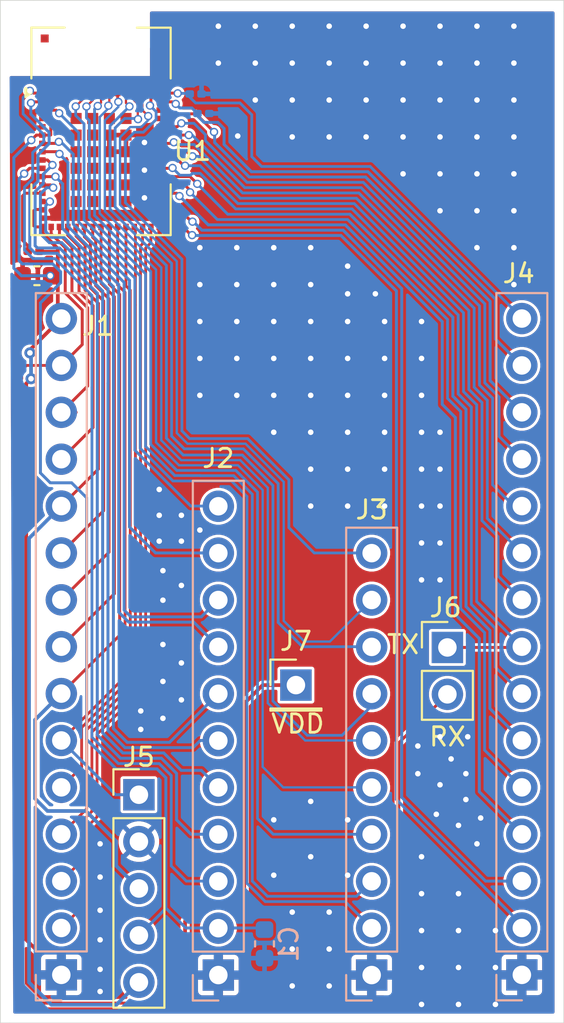
<source format=kicad_pcb>
(kicad_pcb (version 20241229) (generator "pcbnew") (generator_version "9.0")
  (layers (0 "F.Cu" signal "Front") (2 "B.Cu" signal "Back") (13 "F.Paste" user) (15 "B.Paste" user) (5 "F.SilkS" user "F.Silkscreen") (7 "B.SilkS" user "B.Silkscreen") (1 "F.Mask" user) (3 "B.Mask" user) (25 "Edge.Cuts" user))
  (net 0 "")
  (net 1 "GND")
  (net 2 "NRST")
  (net 3 "PB11")
  (net 4 "PB10")
  (net 5 "VDD")
  (net 6 "PC12")
  (net 7 "PB3{slash}SWO")
  (net 8 "PA10")
  (net 9 "PA11")
  (net 10 "PC11")
  (net 11 "PB5")
  (net 12 "PA14{slash}SWCLK")
  (net 13 "PC10")
  (net 14 "PA15")
  (net 15 "PA13{slash}SWDIO")
  (net 16 "PB4")
  (net 17 "PB7{slash}USART1_RX")
  (net 18 "PA12")
  (net 19 "PB9")
  (net 20 "PA2")
  (net 21 "PC3")
  (net 22 "PC1")
  (net 23 "PA1")
  (net 24 "PB8")
  (net 25 "PH3-BOOT0")
  (net 26 "PC0")
  (net 27 "PA0")
  (net 28 "PC2")
  (net 29 "PA4")
  (net 30 "PC4")
  (net 31 "PA8")
  (net 32 "PA9")
  (net 33 "PA6")
  (net 34 "PB2")
  (net 35 "PA5")
  (net 36 "PA3")
  (net 37 "PA7")
  (net 38 "PB1")
  (net 39 "PE4")
  (net 40 "PD1")
  (net 41 "PB13")
  (net 42 "PB14")
  (net 43 "PC13")
  (net 44 "PB6{slash}USART1_TX")
  (net 45 "PB15")
  (net 46 "PB12")
  (net 47 "PD0")
  (net 48 "PC6")
  (net 49 "PB0")
  (footprint "RF_Module:ST-SiP-LGA-86-11x7.3mm" (layer "F.Cu") (at 142.65 80.2)
    (property "Reference" "U1")
    (property "Value" "STM32WB5MMG" (hide yes))
  )
  (footprint "Connector_PinHeader_2.54mm:PinHeader_1x02_P2.54mm_Vertical" (layer "F.Cu") (at 161.4 108.16)
    (property "Reference" "J6")
    (property "Value" "~" (hide yes))
  )
  (footprint "Resistor_SMD:R_0201_0603Metric" (layer "F.Cu") (at 139 86.7)
    (property "Reference" "R1" (hide yes))
    (property "Value" "100" (hide yes))
  )
  (footprint "Connector_PinHeader_2.54mm:PinHeader_1x01_P2.54mm_Vertical" (layer "F.Cu") (at 153.2 110.2)
    (property "Reference" "J7")
    (property "Value" "VDD")
  )
  (footprint "Capacitor_SMD:C_0603_1608Metric" (layer "F.Cu") (at 139.18 88.02)
    (property "Reference" "C5" (hide yes))
    (property "Value" "4.7uF" (hide yes))
  )
  (footprint "Connector_PinHeader_2.54mm:PinHeader_1x05_P2.54mm_Vertical" (layer "F.Cu") (at 144.7 116.14)
    (property "Reference" "J5")
    (property "Value" "~" (hide yes))
  )
  (footprint "Connector_PinHeader_2.54mm:PinHeader_1x15_P2.54mm_Vertical" (layer "B.Cu") (at 140.5 125.9)
    (property "Reference" "J1")
    (property "Value" "~" (hide yes))
  )
  (footprint "Connector_PinHeader_2.54mm:PinHeader_1x15_P2.54mm_Vertical" (layer "B.Cu") (at 165.43 125.9)
    (property "Reference" "J4")
    (property "Value" "~" (hide yes))
  )
  (footprint "Capacitor_SMD:C_0201_0603Metric" (layer "B.Cu") (at 147.77 78.17 180)
    (property "Reference" "C4" (hide yes))
    (property "Value" "3.3pF" (hide yes))
  )
  (footprint "Connector_PinHeader_2.54mm:PinHeader_1x10_P2.54mm_Vertical" (layer "B.Cu") (at 157.3 125.91)
    (property "Reference" "J3")
    (property "Value" "~")
  )
  (footprint "Capacitor_SMD:C_0201_0603Metric" (layer "B.Cu") (at 148.19 79.23)
    (property "Reference" "C2" (hide yes))
    (property "Value" "3.3pF" (hide yes))
  )
  (footprint "Capacitor_SMD:C_0603_1608Metric" (layer "B.Cu") (at 151.5 124.22 -90)
    (property "Reference" "C1" (hide yes))
    (property "Value" "100nF" (hide yes))
  )
  (footprint "Connector_PinHeader_2.54mm:PinHeader_1x11_P2.54mm_Vertical" (layer "B.Cu") (at 149 125.91)
    (property "Reference" "J2")
    (property "Value" "Conn_01x11_Pin" (hide yes))
  )
  (gr_line (start 139 73.1) (end 137.2 73.1) (stroke (width 0.0381)) (layer "Edge.Cuts"))
  (gr_line (start 137.7 128.5) (end 167.7 128.5) (stroke (width 0.0381)) (layer "Edge.Cuts"))
  (gr_line (start 137.2 73.1) (end 137.2 77.8) (stroke (width 0.0381)) (layer "Edge.Cuts"))
  (gr_line (start 137.7 128.5) (end 137.2 128.5) (stroke (width 0.0381)) (layer "Edge.Cuts"))
  (gr_line (start 139 73.1) (end 167.7 73.1) (stroke (width 0.0381)) (layer "Edge.Cuts"))
  (gr_line (start 167.7 128.5) (end 167.7 73.7) (stroke (width 0.0381)) (layer "Edge.Cuts"))
  (gr_line (start 137.2 77.8) (end 137.2 128.5) (stroke (width 0.0381)) (layer "Edge.Cuts"))
  (gr_line (start 167.7 73.1) (end 167.7 73.7) (stroke (width 0.0381)) (layer "Edge.Cuts"))
  (segment (start 144.06 80.34) (end 144 80.4) (width 0.16) (layer "F.Cu") (net 1))
  (via (at 146 108) (size 0.6) (drill 0.3) (layers "F.Cu" "B.Cu") (net 1))
  (via (at 148 101.8) (size 0.6) (drill 0.3) (layers "F.Cu" "B.Cu") (net 1))
  (via (at 158 92.5) (size 0.6) (drill 0.3) (layers "F.Cu" "B.Cu") (net 1))
  (via (at 151 76.5) (size 0.6) (drill 0.3) (layers "F.Cu" "B.Cu") (net 1))
  (via (at 163 74.5) (size 0.6) (drill 0.3) (layers "F.Cu" "B.Cu") (net 1))
  (via (at 161 84.5) (size 0.6) (drill 0.3) (layers "F.Cu" "B.Cu") (net 1))
  (via (at 147 109) (size 0.6) (drill 0.3) (layers "F.Cu" "B.Cu") (net 1))
  (via (at 142.6 122.4) (size 0.6) (drill 0.3) (layers "F.Cu" "B.Cu") (net 1))
  (via (at 155 80.5) (size 0.6) (drill 0.3) (layers "F.Cu" "B.Cu") (net 1))
  (via (at 145 82.3) (size 0.6) (drill 0.3) (layers "F.Cu" "B.Cu") (net 1))
  (via (at 153 78.5) (size 0.6) (drill 0.3) (layers "F.Cu" "B.Cu") (net 1))
  (via (at 159 74.5) (size 0.6) (drill 0.3) (layers "F.Cu" "B.Cu") (net 1))
  (via (at 146 105.6) (size 0.6) (drill 0.3) (layers "F.Cu" "B.Cu") (net 1))
  (via (at 142.6 118.8) (size 0.6) (drill 0.3) (layers "F.Cu" "B.Cu") (net 1))
  (via (at 160 98.5) (size 0.6) (drill 0.3) (layers "F.Cu" "B.Cu") (net 1))
  (via (at 150.05 80.45) (size 0.6) (drill 0.3) (layers "F.Cu" "B.Cu") (net 1))
  (via (at 154 86.5) (size 0.6) (drill 0.3) (layers "F.Cu" "B.Cu") (net 1))
  (via (at 162 127.5) (size 0.6) (drill 0.3) (layers "F.Cu" "B.Cu") (net 1))
  (via (at 150 92.5) (size 0.6) (drill 0.3) (layers "F.Cu" "B.Cu") (net 1))
  (via (at 156 94.5) (size 0.6) (drill 0.3) (layers "F.Cu" "B.Cu") (net 1))
  (via (at 148 86.5) (size 0.6) (drill 0.3) (layers "F.Cu" "B.Cu") (net 1))
  (via (at 152 88.5) (size 0.6) (drill 0.3) (layers "F.Cu" "B.Cu") (net 1))
  (via (at 147 104.8) (size 0.6) (drill 0.3) (layers "F.Cu" "B.Cu") (net 1))
  (via (at 165 86.5) (size 0.6) (drill 0.3) (layers "F.Cu" "B.Cu") (net 1))
  (via (at 144.8 111.6) (size 0.6) (drill 0.3) (layers "F.Cu" "B.Cu") (net 1))
  (via (at 164 125.5) (size 0.6) (drill 0.3) (layers "F.Cu" "B.Cu") (net 1))
  (via (at 155 124.5) (size 0.6) (drill 0.3) (layers "F.Cu" "B.Cu") (net 1))
  (via (at 160 127.5) (size 0.6) (drill 0.3) (layers "F.Cu" "B.Cu") (net 1))
  (via (at 156 90.5) (size 0.6) (drill 0.3) (layers "F.Cu" "B.Cu") (net 1))
  (via (at 155 76.5) (size 0.6) (drill 0.3) (layers "F.Cu" "B.Cu") (net 1))
  (via (at 154 119.5) (size 0.6) (drill 0.3) (layers "F.Cu" "B.Cu") (net 1))
  (via (at 159 80.5) (size 0.6) (drill 0.3) (layers "F.Cu" "B.Cu") (net 1))
  (via (at 160.8 117.2) (size 0.6) (drill 0.3) (layers "F.Cu" "B.Cu") (net 1))
  (via (at 161 76.5) (size 0.6) (drill 0.3) (layers "F.Cu" "B.Cu") (net 1))
  (via (at 160 102.5) (size 0.6) (drill 0.3) (layers "F.Cu" "B.Cu") (net 1))
  (via (at 164 123.5) (size 0.6) (drill 0.3) (layers "F.Cu" "B.Cu") (net 1))
  (via (at 160 104.5) (size 0.6) (drill 0.3) (layers "F.Cu" "B.Cu") (net 1))
  (via (at 156 96.5) (size 0.6) (drill 0.3) (layers "F.Cu" "B.Cu") (net 1))
  (via (at 146 110) (size 0.6) (drill 0.3) (layers "F.Cu" "B.Cu") (net 1))
  (via (at 161 82.5) (size 0.6) (drill 0.3) (layers "F.Cu" "B.Cu") (net 1))
  (via (at 165 82.5) (size 0.6) (drill 0.3) (layers "F.Cu" "B.Cu") (net 1))
  (via (at 146 104) (size 0.6) (drill 0.3) (layers "F.Cu" "B.Cu") (net 1))
  (via (at 154 100.5) (size 0.6) (drill 0.3) (layers "F.Cu" "B.Cu") (net 1))
  (via (at 160 123.5) (size 0.6) (drill 0.3) (layers "F.Cu" "B.Cu") (net 1))
  (via (at 152 86.5) (size 0.6) (drill 0.3) (layers "F.Cu" "B.Cu") (net 1))
  (via (at 160 96.5) (size 0.6) (drill 0.3) (layers "F.Cu" "B.Cu") (net 1))
  (via (at 147 101) (size 0.6) (drill 0.3) (layers "F.Cu" "B.Cu") (net 1))
  (via (at 145.8 101) (size 0.6) (drill 0.3) (layers "F.Cu" "B.Cu") (net 1))
  (via (at 153 80.5) (size 0.6) (drill 0.3) (layers "F.Cu" "B.Cu") (net 1))
  (via (at 152 117.5) (size 0.6) (drill 0.3) (layers "F.Cu" "B.Cu") (net 1))
  (via (at 163 82.5) (size 0.6) (drill 0.3) (layers "F.Cu" "B.Cu") (net 1))
  (via (at 162 121.5) (size 0.6) (drill 0.3) (layers "F.Cu" "B.Cu") (net 1))
  (via (at 153 76.5) (size 0.6) (drill 0.3) (layers "F.Cu" "B.Cu") (net 1))
  (via (at 152 92.5) (size 0.6) (drill 0.3) (layers "F.Cu" "B.Cu") (net 1))
  (via (at 160 100.5) (size 0.6) (drill 0.3) (layers "F.Cu" "B.Cu") (net 1))
  (via (at 145 83.8) (size 0.6) (drill 0.3) (layers "F.Cu" "B.Cu") (net 1))
  (via (at 165 78.5) (size 0.6) (drill 0.3) (layers "F.Cu" "B.Cu") (net 1))
  (via (at 161 100.5) (size 0.6) (drill 0.3) (layers "F.Cu" "B.Cu") (net 1))
  (via (at 150 94.5) (size 0.6) (drill 0.3) (layers "F.Cu" "B.Cu") (net 1))
  (via (at 157.5 89) (size 0.6) (drill 0.3) (layers "F.Cu" "B.Cu") (net 1))
  (via (at 161 104.5) (size 0.6) (drill 0.3) (layers "F.Cu" "B.Cu") (net 1))
  (via (at 165 76.5) (size 0.6) (drill 0.3) (layers "F.Cu" "B.Cu") (net 1))
  (via (at 152 120.5) (size 0.6) (drill 0.3) (layers "F.Cu" "B.Cu") (net 1))
  (via (at 158 90.5) (size 0.6) (drill 0.3) (layers "F.Cu" "B.Cu") (net 1))
  (via (at 157 76.5) (size 0.6) (drill 0.3) (layers "F.Cu" "B.Cu") (net 1))
  (via (at 157 74.5) (size 0.6) (drill 0.3) (layers "F.Cu" "B.Cu") (net 1))
  (via (at 162.4 115) (size 0.6) (drill 0.3) (layers "F.Cu" "B.Cu") (net 1))
  (via (at 142.6 126.8) (size 0.6) (drill 0.3) (layers "F.Cu" "B.Cu") (net 1))
  (via (at 165 74.5) (size 0.6) (drill 0.3) (layers "F.Cu" "B.Cu") (net 1))
  (via (at 155 74.5) (size 0.6) (drill 0.3) (layers "F.Cu" "B.Cu") (net 1))
  (via (at 161 115.6) (size 0.6) (drill 0.3) (layers "F.Cu" "B.Cu") (net 1))
  (via (at 152 94.5) (size 0.6) (drill 0.3) (layers "F.Cu" "B.Cu") (net 1))
  (via (at 150 88.5) (size 0.6) (drill 0.3) (layers "F.Cu" "B.Cu") (net 1))
  (via (at 152 96.5) (size 0.6) (drill 0.3) (layers "F.Cu" "B.Cu") (net 1))
  (via (at 150 86.5) (size 0.6) (drill 0.3) (layers "F.Cu" "B.Cu") (net 1))
  (via (at 165 84.5) (size 0.6) (drill 0.3) (layers "F.Cu" "B.Cu") (net 1))
  (via (at 153 74.5) (size 0.6) (drill 0.3) (layers "F.Cu" "B.Cu") (net 1))
  (via (at 146 112) (size 0.6) (drill 0.3) (layers "F.Cu" "B.Cu") (net 1))
  (via (at 154 96.5) (size 0.6) (drill 0.3) (layers "F.Cu" "B.Cu") (net 1))
  (via (at 149 74.5) (size 0.6) (drill 0.3) (layers "F.Cu" "B.Cu") (net 1))
  (via (at 162.5 113) (size 0.6) (drill 0.3) (layers "F.Cu" "B.Cu") (net 1))
  (via (at 161 74.5) (size 0.6) (drill 0.3) (layers "F.Cu" "B.Cu") (net 1))
  (via (at 148 88.5) (size 0.6) (drill 0.3) (layers "F.Cu" "B.Cu") (net 1))
  (via (at 160 94.5) (size 0.6) (drill 0.3) (layers "F.Cu" "B.Cu") (net 1))
  (via (at 162 125.5) (size 0.6) (drill 0.3) (layers "F.Cu" "B.Cu") (net 1))
  (via (at 163 86.5) (size 0.6) (drill 0.3) (layers "F.Cu" "B.Cu") (net 1))
  (via (at 156 120.5) (size 0.6) (drill 0.3) (layers "F.Cu" "B.Cu") (net 1))
  (via (at 160 121.5) (size 0.6) (drill 0.3) (layers "F.Cu" "B.Cu") (net 1))
  (via (at 159.8 115) (size 0.6) (drill 0.3) (layers "F.Cu" "B.Cu") (net 1))
  (via (at 158 98.5) (size 0.6) (drill 0.3) (layers "F.Cu" "B.Cu") (net 1))
  (via (at 155 78.5) (size 0.6) (drill 0.3) (layers "F.Cu" "B.Cu") (net 1))
  (via (at 156 117.5) (size 0.6) (drill 0.3) (layers "F.Cu" "B.Cu") (net 1))
  (via (at 161 102.5) (size 0.6) (drill 0.3) (layers "F.Cu" "B.Cu") (net 1))
  (via (at 157 78.5) (size 0.6) (drill 0.3) (layers "F.Cu" "B.Cu") (net 1))
  (via (at 162 123.5) (size 0.6) (drill 0.3) (layers "F.Cu" "B.Cu") (net 1))
  (via (at 147 102.4) (size 0.6) (drill 0.3) (layers "F.Cu" "B.Cu") (net 1))
  (via (at 145.8 102.4) (size 0.6) (drill 0.3) (layers "F.Cu" "B.Cu") (net 1))
  (via (at 153 126.5) (size 0.6) (drill 0.3) (layers "F.Cu" "B.Cu") (net 1))
  (via (at 163 76.5) (size 0.6) (drill 0.3) (layers "F.Cu" "B.Cu") (net 1))
  (via (at 148 90.5) (size 0.6) (drill 0.3) (layers "F.Cu" "B.Cu") (net 1))
  (via (at 162.4 116.4) (size 0.6) (drill 0.3) (layers "F.Cu" "B.Cu") (net 1))
  (via (at 142.6 124) (size 0.6) (drill 0.3) (layers "F.Cu" "B.Cu") (net 1))
  (via (at 145.8 99.6) (size 0.6) (drill 0.3) (layers "F.Cu" "B.Cu") (net 1))
  (via (at 154 116.5) (size 0.6) (drill 0.3) (layers "F.Cu" "B.Cu") (net 1))
  (via (at 156 98.5) (size 0.6) (drill 0.3) (layers "F.Cu" "B.Cu") (net 1))
  (via (at 160 90.5) (size 0.6) (drill 0.3) (layers "F.Cu" "B.Cu") (net 1))
  (via (at 159.8 113.5) (size 0.6) (drill 0.3) (layers "F.Cu" "B.Cu") (net 1))
  (via (at 160 92.5) (size 0.6) (drill 0.3) (layers "F.Cu" "B.Cu") (net 1))
  (via (at 153 124.5) (size 0.6) (drill 0.3) (layers "F.Cu" "B.Cu") (net 1))
  (via (at 154 92.5) (size 0.6) (drill 0.3) (layers "F.Cu" "B.Cu") (net 1))
  (via (at 161.6 114.2) (size 0.6) (drill 0.3) (layers "F.Cu" "B.Cu") (net 1))
  (via (at 148 92.5) (size 0.6) (drill 0.3) (layers "F.Cu" "B.Cu") (net 1))
  (via (at 154 88.5) (size 0.6) (drill 0.3) (layers "F.Cu" "B.Cu") (net 1))
  (via (at 159 76.5) (size 0.6) (drill 0.3) (layers "F.Cu" "B.Cu") (net 1))
  (via (at 158 94.5) (size 0.6) (drill 0.3) (layers "F.Cu" "B.Cu") (net 1))
  (via (at 165 80.5) (size 0.6) (drill 0.3) (layers "F.Cu" "B.Cu") (net 1))
  (via (at 142.6 125.6) (size 0.6) (drill 0.3) (layers "F.Cu" "B.Cu") (net 1))
  (via (at 160 125.5) (size 0.6) (drill 0.3) (layers "F.Cu" "B.Cu") (net 1))
  (via (at 160 119.5) (size 0.6) (drill 0.3) (layers "F.Cu" "B.Cu") (net 1))
  (via (at 163.2 117.4) (size 0.6) (drill 0.3) (layers "F.Cu" "B.Cu") (net 1))
  (via (at 163 80.5) (size 0.6) (drill 0.3) (layers "F.Cu" "B.Cu") (net 1))
  (via (at 162 117.8) (size 0.6) (drill 0.3) (layers "F.Cu" "B.Cu") (net 1))
  (via (at 147 111) (size 0.6) (drill 0.3) (layers "F.Cu" "B.Cu") (net 1))
  (via (at 159 78.5) (size 0.6) (drill 0.3) (layers "F.Cu" "B.Cu") (net 1))
  (via (at 158 100.5) (size 0.6) (drill 0.3) (layers "F.Cu" "B.Cu") (net 1))
  (via (at 151 74.5) (size 0.6) (drill 0.3) (layers "F.Cu" "B.Cu") (net 1))
  (via (at 142.6 120.6) (size 0.6) (drill 0.3) (layers "F.Cu" "B.Cu") (net 1))
  (via (at 156 100.5) (size 0.6) (drill 0.3) (layers "F.Cu" "B.Cu") (net 1))
  (via (at 161 80.5) (size 0.6) (drill 0.3) (layers "F.Cu" "B.Cu") (net 1))
  (via (at 164 127.5) (size 0.6) (drill 0.3) (layers "F.Cu" "B.Cu") (net 1))
  (via (at 154 98.5) (size 0.6) (drill 0.3) (layers "F.Cu" "B.Cu") (net 1))
  (via (at 154 94.5) (size 0.6) (drill 0.3) (layers "F.Cu" "B.Cu") (net 1))
  (via (at 155 122.5) (size 0.6) (drill 0.3) (layers "F.Cu" "B.Cu") (net 1))
  (via (at 152 90.5) (size 0.6) (drill 0.3) (layers "F.Cu" "B.Cu") (net 1))
  (via (at 165 88.5) (size 0.6) (drill 0.3) (layers "F.Cu" "B.Cu") (net 1))
  (via (at 153 122.5) (size 0.6) (drill 0.3) (layers "F.Cu" "B.Cu") (net 1))
  (via (at 149 76.5) (size 0.6) (drill 0.3) (layers "F.Cu" "B.Cu") (net 1))
  (via (at 154 90.5) (size 0.6) (drill 0.3) (layers "F.Cu" "B.Cu") (net 1))
  (via (at 151 78.5) (size 0.6) (drill 0.3) (layers "F.Cu" "B.Cu") (net 1))
  (via (at 158 96.5) (size 0.6) (drill 0.3) (layers "F.Cu" "B.Cu") (net 1))
  (via (at 157 80.5) (size 0.6) (drill 0.3) (layers "F.Cu" "B.Cu") (net 1))
  (via (at 161 98.5) (size 0.6) (drill 0.3) (layers "F.Cu" "B.Cu") (net 1))
  (via (at 163 118.8) (size 0.6) (drill 0.3) (layers "F.Cu" "B.Cu") (net 1))
  (via (at 150 90.5) (size 0.6) (drill 0.3) (layers "F.Cu" "B.Cu") (net 1))
  (via (at 155 126.5) (size 0.6) (drill 0.3) (layers "F.Cu" "B.Cu") (net 1))
  (via (at 144.8 112.6) (size 0.6) (drill 0.3) (layers "F.Cu" "B.Cu") (net 1))
  (via (at 161 78.5) (size 0.6) (drill 0.3) (layers "F.Cu" "B.Cu") (net 1))
  (via (at 148 94.5) (size 0.6) (drill 0.3) (layers "F.Cu" "B.Cu") (net 1))
  (via (at 156 87.5) (size 0.6) (drill 0.3) (layers "F.Cu" "B.Cu") (net 1))
  (via (at 156 92.5) (size 0.6) (drill 0.3) (layers "F.Cu" "B.Cu") (net 1))
  (via (at 159 82.5) (size 0.6) (drill 0.3) (layers "F.Cu" "B.Cu") (net 1))
  (via (at 161 96.5) (size 0.6) (drill 0.3) (layers "F.Cu" "B.Cu") (net 1))
  (via (at 163 84.5) (size 0.6) (drill 0.3) (layers "F.Cu" "B.Cu") (net 1))
  (via (at 145 80.8) (size 0.6) (drill 0.3) (layers "F.Cu" "B.Cu") (net 1))
  (via (at 163 78.5) (size 0.6) (drill 0.3) (layers "F.Cu" "B.Cu") (net 1))
  (via (at 161 113) (size 0.6) (drill 0.3) (layers "F.Cu" "B.Cu") (net 1))
  (via (at 156 89) (size 0.6) (drill 0.3) (layers "F.Cu" "B.Cu") (net 1))
  (segment (start 139.475 82.2) (end 138.78 82.2) (width 0.16) (layer "F.Cu") (net 2))
  (segment (start 138.78 82.2) (end 138.49 82.49) (width 0.16) (layer "F.Cu") (net 2))
  (segment (start 138.49 82.49) (end 138.44 82.54) (width 0.16) (layer "F.Cu") (net 2))
  (via (at 138.49 82.49) (size 0.45) (drill 0.3) (layers "F.Cu" "B.Cu") (net 2))
  (segment (start 140.466 88.394) (end 139.369 89.491) (width 0.16) (layer "B.Cu") (net 2))
  (segment (start 141.06 99.24) (end 141.87 100.05) (width 0.16) (layer "B.Cu") (net 2))
  (segment (start 151.415 123.36) (end 151.5 123.445) (width 0.16) (layer "B.Cu") (net 2))
  (segment (start 144.7 123.76) (end 146.16 122.3) (width 0.16) (layer "B.Cu") (net 2))
  (segment (start 139.369 98.706476) (end 139.902524 99.24) (width 0.16) (layer "B.Cu") (net 2))
  (segment (start 145.68 114.74) (end 146.16 115.22) (width 0.16) (layer "B.Cu") (net 2))
  (segment (start 146.16 115.22) (end 146.16 122.28) (width 0.16) (layer "B.Cu") (net 2))
  (segment (start 140.037664 87.38) (end 140.466 87.808336) (width 0.16) (layer "B.Cu") (net 2))
  (segment (start 139.902524 99.24) (end 141.06 99.24) (width 0.16) (layer "B.Cu") (net 2))
  (segment (start 143.47 114.74) (end 145.68 114.74) (width 0.16) (layer "B.Cu") (net 2))
  (segment (start 138.39 87.38) (end 140.037664 87.38) (width 0.16) (layer "B.Cu") (net 2))
  (segment (start 140.466 87.808336) (end 140.466 88.394) (width 0.16) (layer "B.Cu") (net 2))
  (segment (start 141.87 100.05) (end 141.87 113.14) (width 0.16) (layer "B.Cu") (net 2))
  (segment (start 138.218 82.762) (end 138.218 87.208) (width 0.16) (layer "B.Cu") (net 2))
  (segment (start 139.369 89.491) (end 139.369 98.706476) (width 0.16) (layer "B.Cu") (net 2))
  (segment (start 138.44 82.54) (end 138.218 82.762) (width 0.16) (layer "B.Cu") (net 2))
  (segment (start 147.24 123.36) (end 149 123.36) (width 0.16) (layer "B.Cu") (net 2))
  (segment (start 138.218 87.208) (end 138.39 87.38) (width 0.16) (layer "B.Cu") (net 2))
  (segment (start 141.87 113.14) (end 143.47 114.74) (width 0.16) (layer "B.Cu") (net 2))
  (segment (start 149 123.36) (end 151.415 123.36) (width 0.16) (layer "B.Cu") (net 2))
  (segment (start 146.16 122.28) (end 147.24 123.36) (width 0.16) (layer "B.Cu") (net 2))
  (segment (start 146.16 122.3) (end 146.16 122.28) (width 0.16) (layer "B.Cu") (net 2))
  (segment (start 145.825 78.6) (end 146.507336 78.6) (width 0.16) (layer "F.Cu") (net 3))
  (segment (start 145.825 78.6) (end 145.845 78.62) (width 0.16) (layer "F.Cu") (net 3))
  (segment (start 146.553839 78.646503) (end 146.631863 78.646503) (width 0.16) (layer "F.Cu") (net 3))
  (segment (start 146.507336 78.6) (end 146.553839 78.646503) (width 0.16) (layer "F.Cu") (net 3))
  (via (at 146.69268 78.70732) (size 0.45) (drill 0.3) (layers "F.Cu" "B.Cu") (net 3))
  (segment (start 149.311 80.90453) (end 150.79047 82.384) (width 0.16) (layer "B.Cu") (net 3))
  (segment (start 164 89.29) (end 164 91.45) (width 0.16) (layer "B.Cu") (net 3))
  (segment (start 149.311 80.048336) (end 149.311 80.90453) (width 0.16) (layer "B.Cu") (net 3))
  (segment (start 147.87 79.23) (end 147.87 79.361586) (width 0.16) (layer "B.Cu") (net 3))
  (segment (start 146.631863 78.646503) (end 146.69268 78.70732) (width 0.16) (layer "B.Cu") (net 3))
  (segment (start 146.91536 78.93) (end 147.57 78.93) (width 0.16) (layer "B.Cu") (net 3))
  (segment (start 148.973664 79.711) (end 149.311 80.048336) (width 0.16) (layer "B.Cu") (net 3))
  (segment (start 147.87 79.361586) (end 148.219414 79.711) (width 0.16) (layer "B.Cu") (net 3))
  (segment (start 150.79047 82.384) (end 157.094 82.384) (width 0.16) (layer "B.Cu") (net 3))
  (segment (start 157.094 82.384) (end 164 89.29) (width 0.16) (layer "B.Cu") (net 3))
  (segment (start 164 91.45) (end 165.43 92.88) (width 0.16) (layer "B.Cu") (net 3))
  (segment (start 148.219414 79.711) (end 148.973664 79.711) (width 0.16) (layer "B.Cu") (net 3))
  (segment (start 146.69268 78.70732) (end 146.91536 78.93) (width 0.16) (layer "B.Cu") (net 3))
  (segment (start 147.57 78.93) (end 147.87 79.23) (width 0.16) (layer "B.Cu") (net 3))
  (segment (start 145.825 78.125) (end 145.836 78.114) (width 0.16) (layer "F.Cu") (net 4))
  (segment (start 146.755 78.125) (end 146.77 78.14) (width 0.16) (layer "F.Cu") (net 4))
  (segment (start 145.825 78.125) (end 146.755 78.125) (width 0.16) (layer "F.Cu") (net 4))
  (via (at 146.8 78.14) (size 0.45) (drill 0.3) (layers "F.Cu" "B.Cu") (net 4))
  (segment (start 150.17 78.66) (end 150.81 79.3) (width 0.15) (layer "B.Cu") (net 4))
  (segment (start 147.768414 78.66) (end 150.17 78.66) (width 0.15) (layer "B.Cu") (net 4))
  (segment (start 150.81 81.57) (end 151.341 82.101) (width 0.15) (layer "B.Cu") (net 4))
  (segment (start 151.341 82.101) (end 157.211 82.101) (width 0.15) (layer "B.Cu") (net 4))
  (segment (start 147.39 78.281586) (end 147.768414 78.66) (width 0.15) (layer "B.Cu") (net 4))
  (segment (start 150.81 79.3) (end 150.81 81.57) (width 0.15) (layer "B.Cu") (net 4))
  (segment (start 157.216 82.096) (end 165.43 90.31) (width 0.15) (layer "B.Cu") (net 4))
  (segment (start 165.43 90.31) (end 165.43 90.34) (width 0.15) (layer "B.Cu") (net 4))
  (segment (start 147.38 78.14) (end 147.39 78.15) (width 0.15) (layer "B.Cu") (net 4))
  (segment (start 146.8 78.14) (end 147.38 78.14) (width 0.15) (layer "B.Cu") (net 4))
  (segment (start 165.072294 90.867706) (end 165.62 90.32) (width 0.16) (layer "B.Cu") (net 4))
  (segment (start 146.77 78.14) (end 146.8 78.14) (width 0.16) (layer "B.Cu") (net 4))
  (segment (start 157.211 82.101) (end 157.216 82.096) (width 0.15) (layer "B.Cu") (net 4))
  (segment (start 147.39 78.15) (end 147.39 78.281586) (width 0.15) (layer "B.Cu") (net 4))
  (segment (start 147.2 124.6) (end 146.8 125) (width 0.2) (layer "F.Cu") (net 5))
  (segment (start 141.8 124.6) (end 139.2 124.6) (width 0.2) (layer "F.Cu") (net 5))
  (segment (start 139.955 87.925) (end 140.31 87.57) (width 0.2) (layer "F.Cu") (net 5))
  (segment (start 153.2 110.2) (end 151.4 110.2) (width 0.2) (layer "F.Cu") (net 5))
  (segment (start 150.4 111.2) (end 150.4 121.6) (width 0.2) (layer "F.Cu") (net 5))
  (segment (start 139.475 79.5) (end 139.912 79.5) (width 0.16) (layer "F.Cu") (net 5))
  (segment (start 140.31 87.57) (end 140.31 87.48) (width 0.2) (layer "F.Cu") (net 5))
  (segment (start 140.31 87.48) (end 140.31 90.15) (width 0.2) (layer "F.Cu") (net 5))
  (segment (start 139.455 84.43) (end 139.475 84.45) (width 0.16) (layer "F.Cu") (net 5))
  (segment (start 139.931 79.519) (end 139.931 80.381) (width 0.16) (layer "F.Cu") (net 5))
  (segment (start 139.912 80.4) (end 139.475 80.4) (width 0.16) (layer "F.Cu") (net 5))
  (segment (start 139 84.51) (end 139.08 84.43) (width 0.16) (layer "F.Cu") (net 5))
  (segment (start 139.955 88.02) (end 139.955 87.925) (width 0.2) (layer "F.Cu") (net 5))
  (segment (start 139.15 80.4) (end 138.97 80.58) (width 0.16) (layer "F.Cu") (net 5))
  (segment (start 139.475 85.375) (end 139.475 85.715) (width 0.2) (layer "F.Cu") (net 5))
  (segment (start 139.32 86.7) (end 140.31 86.7) (width 0.16) (layer "F.Cu") (net 5))
  (segment (start 139.475 85.375) (end 139.075 85.375) (width 0.16) (layer "F.Cu") (net 5))
  (segment (start 139.475 85.715) (end 140.31 86.55) (width 0.2) (layer "F.Cu") (net 5))
  (segment (start 148.2 122) (end 147.2 123) (width 0.2) (layer "F.Cu") (net 5))
  (segment (start 140.31 87.74) (end 140.31 87.57) (width 0.2) (layer "F.Cu") (net 5))
  (segment (start 147.2 123) (end 147.2 124.6) (width 0.2) (layer "F.Cu") (net 5))
  (segment (start 138.8 92.04) (end 140.5 90.34) (width 0.2) (layer "F.Cu") (net 5))
  (segment (start 139.2 124.6) (end 138.6 124) (width 0.2) (layer "F.Cu") (net 5))
  (segment (start 139 85.3) (end 139 84.51) (width 0.16) (layer "F.Cu") (net 5))
  (segment (start 146.8 125) (end 142.2 125) (width 0.2) (layer "F.Cu") (net 5))
  (segment (start 139.912 79.5) (end 139.931 79.519) (width 0.16) (layer "F.Cu") (net 5))
  (segment (start 139.931 80.381) (end 139.912 80.4) (width 0.16) (layer "F.Cu") (net 5))
  (segment (start 139.475 80.4) (end 139.15 80.4) (width 0.16) (layer "F.Cu") (net 5))
  (segment (start 140.31 90.15) (end 140.5 90.34) (width 0.2) (layer "F.Cu") (net 5))
  (segment (start 151.4 110.2) (end 150.4 111.2) (width 0.2) (layer "F.Cu") (net 5))
  (segment (start 140.31 86.9) (end 140.31 87.48) (width 0.2) (layer "F.Cu") (net 5))
  (segment (start 150 122) (end 148.2 122) (width 0.2) (layer "F.Cu") (net 5))
  (segment (start 140.31 86.7) (end 140.31 86.9) (width 0.2) (layer "F.Cu") (net 5))
  (segment (start 142.2 125) (end 141.8 124.6) (width 0.2) (layer "F.Cu") (net 5))
  (segment (start 150.4 121.6) (end 150 122) (width 0.2) (layer "F.Cu") (net 5))
  (segment (start 140.31 86.55) (end 140.31 86.7) (width 0.2) (layer "F.Cu") (net 5))
  (segment (start 138.8 92.2) (end 138.8 92.04) (width 0.2) (layer "F.Cu") (net 5))
  (segment (start 138.6 124) (end 138.6 93.862) (width 0.2) (layer "F.Cu") (net 5))
  (segment (start 139.08 84.43) (end 139.455 84.43) (width 0.16) (layer "F.Cu") (net 5))
  (segment (start 139.075 85.375) (end 139 85.3) (width 0.16) (layer "F.Cu") (net 5))
  (segment (start 138.6 93.862) (end 138.862 93.6) (width 0.2) (layer "F.Cu") (net 5))
  (via (at 139.9 88.02) (size 0.45) (drill 0.3) (layers "F.Cu" "B.Cu") (net 5))
  (via (at 138.875 80.675) (size 0.45) (drill 0.3) (layers "F.Cu" "B.Cu") (net 5))
  (via (at 138.8 92.2) (size 0.6) (drill 0.3) (layers "F.Cu" "B.Cu") (net 5))
  (via (at 138.862 93.6) (size 0.6) (drill 0.3) (layers "F.Cu" "B.Cu") (net 5))
  (segment (start 139.9 88.02) (end 139.955 88.02) (width 0.16) (layer "B.Cu") (net 5))
  (segment (start 138.97 80.58) (end 138.875 80.675) (width 0.16) (layer "B.Cu") (net 5))
  (segment (start 138.862 93.6) (end 138.862 92.262) (width 0.2) (layer "B.Cu") (net 5))
  (segment (start 138.862 92.262) (end 138.8 92.2) (width 0.2) (layer "B.Cu") (net 5))
  (segment (start 137.93 87.61) (end 138.34 88.02) (width 0.16) (layer "B.Cu") (net 5))
  (segment (start 138.97 80.58) (end 138.97 80.61) (width 0.16) (layer "B.Cu") (net 5))
  (segment (start 137.93 81.62) (end 137.93 87.61) (width 0.16) (layer "B.Cu") (net 5))
  (segment (start 138.34 88.02) (end 139.9 88.02) (width 0.16) (layer "B.Cu") (net 5))
  (segment (start 138.875 80.675) (end 137.93 81.62) (width 0.16) (layer "B.Cu") (net 5))
  (segment (start 143.372002 89.157414) (end 143.372001 89.97) (width 0.16) (layer "F.Cu") (net 6))
  (segment (start 142.65 85.375) (end 142.65 88.435412) (width 0.15) (layer "F.Cu") (net 6))
  (segment (start 143.372001 89.97) (end 143.372001 105.247999) (width 0.16) (layer "F.Cu") (net 6))
  (segment (start 143.372001 105.247999) (end 140.5 108.12) (width 0.16) (layer "F.Cu") (net 6))
  (segment (start 142.65 88.435412) (end 143.372002 89.157414) (width 0.15) (layer "F.Cu") (net 6))
  (segment (start 141.3 85.874) (end 141.786 86.36) (width 0.16) (layer "F.Cu") (net 7))
  (segment (start 142.506001 90.4) (end 142.506002 98.493998) (width 0.16) (layer "F.Cu") (net 7))
  (segment (start 141.3 85.375) (end 141.3 85.874) (width 0.16) (layer "F.Cu") (net 7))
  (segment (start 141.786 88.796) (end 142.508 89.518) (width 0.16) (layer "F.Cu") (net 7))
  (segment (start 142.508 90.398001) (end 142.506001 90.4) (width 0.16) (layer "F.Cu") (net 7))
  (segment (start 142.508 89.518) (end 142.508 90.398001) (width 0.16) (layer "F.Cu") (net 7))
  (segment (start 141.786 86.36) (end 141.786 88.796) (width 0.16) (layer "F.Cu") (net 7))
  (segment (start 142.506002 98.493998) (end 140.5 100.5) (width 0.16) (layer "F.Cu") (net 7))
  (segment (start 138.752 126.308) (end 138.752 102.248) (width 0.2) (layer "B.Cu") (net 7))
  (segment (start 138.752 102.248) (end 140.5 100.5) (width 0.2) (layer "B.Cu") (net 7))
  (segment (start 143.48 127.52) (end 139.964 127.52) (width 0.2) (layer "B.Cu") (net 7))
  (segment (start 144.7 126.3) (end 143.48 127.52) (width 0.2) (layer "B.Cu") (net 7))
  (segment (start 139.964 127.52) (end 138.752 126.308) (width 0.2) (layer "B.Cu") (net 7))
  (segment (start 144.511 85.436) (end 144.510999 89.6) (width 0.15) (layer "F.Cu") (net 8))
  (segment (start 144.510999 109.982153) (end 141.878 112.615152) (width 0.15) (layer "F.Cu") (net 8))
  (segment (start 144.45 85.375) (end 144.511 85.436) (width 0.15) (layer "F.Cu") (net 8))
  (segment (start 144.510999 89.6) (end 144.510999 109.982153) (width 0.15) (layer "F.Cu") (net 8))
  (segment (start 141.878 112.615152) (end 141.878 116.902) (width 0.15) (layer "F.Cu") (net 8))
  (segment (start 141.878 116.902) (end 140.5 118.28) (width 0.15) (layer "F.Cu") (net 8))
  (segment (start 141.68 120.033152) (end 141.68 122.18) (width 0.15) (layer "F.Cu") (net 9))
  (segment (start 145.066999 110.233001) (end 142.434 112.866) (width 0.15) (layer "F.Cu") (net 9))
  (segment (start 141.978 119.735152) (end 141.68 120.033152) (width 0.15) (layer "F.Cu") (net 9))
  (segment (start 142.434 112.866) (end 142.434 117.344) (width 0.15) (layer "F.Cu") (net 9))
  (segment (start 145.35 86.232151) (end 145.067 86.515152) (width 0.15) (layer "F.Cu") (net 9))
  (segment (start 145.067 86.515152) (end 145.066999 110.233001) (width 0.15) (layer "F.Cu") (net 9))
  (segment (start 145.35 85.375) (end 145.35 86.232151) (width 0.15) (layer "F.Cu") (net 9))
  (segment (start 141.978 117.8) (end 141.978 119.735152) (width 0.15) (layer "F.Cu") (net 9))
  (segment (start 142.434 117.344) (end 141.978 117.8) (width 0.15) (layer "F.Cu") (net 9))
  (segment (start 141.68 122.18) (end 140.5 123.36) (width 0.15) (layer "F.Cu") (net 9))
  (segment (start 143.084001 89.276707) (end 143.084001 102.995999) (width 0.16) (layer "F.Cu") (net 10))
  (segment (start 142.362 86.1) (end 142.361999 88.554705) (width 0.16) (layer "F.Cu") (net 10))
  (segment (start 143.084001 102.995999) (end 140.5 105.58) (width 0.16) (layer "F.Cu") (net 10))
  (segment (start 142.2 85.375) (end 142.2 85.938) (width 0.16) (layer "F.Cu") (net 10))
  (segment (start 142.361999 88.554705) (end 143.084001 89.276707) (width 0.16) (layer "F.Cu") (net 10))
  (segment (start 142.2 85.938) (end 142.362 86.1) (width 0.16) (layer "F.Cu") (net 10))
  (segment (start 141.93 89.76323) (end 141.93 93.99) (width 0.16) (layer "F.Cu") (net 11))
  (segment (start 141.93 93.99) (end 140.5 95.42) (width 0.16) (layer "F.Cu") (net 11))
  (segment (start 141.28 95.42) (end 140.5 95.42) (width 0.2) (layer "F.Cu") (net 11))
  (segment (start 141.075706 86.464294) (end 141.075706 88.908936) (width 0.16) (layer "F.Cu") (net 11))
  (segment (start 140.4 85.375) (end 140.4 85.788588) (width 0.16) (layer "F.Cu") (net 11))
  (segment (start 141.075706 88.908936) (end 141.93 89.76323) (width 0.16) (layer "F.Cu") (net 11))
  (segment (start 140.4 85.788588) (end 141.075706 86.464294) (width 0.16) (layer "F.Cu") (net 11))
  (segment (start 143.55 85.375) (end 143.55 88.520824) (width 0.15) (layer "F.Cu") (net 12))
  (segment (start 143.55 88.520824) (end 143.95 88.920824) (width 0.15) (layer "F.Cu") (net 12))
  (segment (start 143.95 88.920824) (end 143.95 109.75) (width 0.15) (layer "F.Cu") (net 12))
  (segment (start 143.95 109.75) (end 140.5 113.2) (width 0.15) (layer "F.Cu") (net 12))
  (segment (start 144.7 116.14) (end 143.44 116.14) (width 0.16) (layer "B.Cu") (net 12))
  (segment (start 144.7 116.14) (end 144.69 116.13) (width 0.16) (layer "B.Cu") (net 12))
  (segment (start 143.44 116.14) (end 140.5 113.2) (width 0.16) (layer "B.Cu") (net 12))
  (segment (start 142.796 89.396) (end 142.796 90.548001) (width 0.16) (layer "F.Cu") (net 13))
  (segment (start 142.794001 90.55) (end 142.794002 100.745998) (width 0.16) (layer "F.Cu") (net 13))
  (segment (start 141.75 85.375) (end 141.75 85.906) (width 0.16) (layer "F.Cu") (net 13))
  (segment (start 142.794002 100.745998) (end 140.5 103.04) (width 0.16) (layer "F.Cu") (net 13))
  (segment (start 141.75 85.906) (end 142.074 86.23) (width 0.16) (layer "F.Cu") (net 13))
  (segment (start 142.073999 88.673999) (end 142.796 89.396) (width 0.16) (layer "F.Cu") (net 13))
  (segment (start 142.074 86.23) (end 142.073999 88.673999) (width 0.16) (layer "F.Cu") (net 13))
  (segment (start 142.796 90.548001) (end 142.794001 90.55) (width 0.16) (layer "F.Cu") (net 13))
  (segment (start 141.6 112.5) (end 141.6 114.64) (width 0.15) (layer "F.Cu") (net 14))
  (segment (start 144 85.375) (end 144 88.570602) (width 0.15) (layer "F.Cu") (net 14))
  (segment (start 144 88.570602) (end 144.233 88.803602) (width 0.15) (layer "F.Cu") (net 14))
  (segment (start 141.6 114.64) (end 140.5 115.74) (width 0.15) (layer "F.Cu") (net 14))
  (segment (start 144.232999 109.867001) (end 141.6 112.5) (width 0.15) (layer "F.Cu") (net 14))
  (segment (start 144.233 88.803602) (end 144.232999 89.2) (width 0.15) (layer "F.Cu") (net 14))
  (segment (start 144.232999 89.2) (end 144.232999 109.867001) (width 0.15) (layer "F.Cu") (net 14))
  (segment (start 143.1 85.375) (end 143.1 88.478118) (width 0.16) (layer "F.Cu") (net 15))
  (segment (start 143.1 88.478118) (end 143.660002 89.03812) (width 0.16) (layer "F.Cu") (net 15))
  (segment (start 143.660001 107.499999) (end 140.5 110.66) (width 0.16) (layer "F.Cu") (net 15))
  (segment (start 143.660002 89.03812) (end 143.660001 107.499999) (width 0.16) (layer "F.Cu") (net 15))
  (segment (start 143.47 118.66) (end 141.83 117.02) (width 0.2) (layer "B.Cu") (net 15))
  (segment (start 141.83 117.02) (end 139.75 117.02) (width 0.2) (layer "B.Cu") (net 15))
  (segment (start 139.75 117.02) (end 139.08 116.35) (width 0.2) (layer "B.Cu") (net 15))
  (segment (start 139.08 112.08) (end 140.5 110.66) (width 0.2) (layer "B.Cu") (net 15))
  (segment (start 139.08 116.35) (end 139.08 112.08) (width 0.2) (layer "B.Cu") (net 15))
  (segment (start 139.96 110.66) (end 140.5 110.66) (width 0.16) (layer "B.Cu") (net 15))
  (segment (start 143.47 119.99) (end 143.47 118.66) (width 0.2) (layer "B.Cu") (net 15))
  (segment (start 144.7 121.22) (end 143.47 119.99) (width 0.2) (layer "B.Cu") (net 15))
  (segment (start 141.459353 86.440647) (end 141.459353 88.885289) (width 0.16) (layer "F.Cu") (net 16))
  (segment (start 140.85 85.375) (end 140.85 85.831294) (width 0.16) (layer "F.Cu") (net 16))
  (segment (start 142.218001 89.951999) (end 142.218001 96.241999) (width 0.16) (layer "F.Cu") (net 16))
  (segment (start 142.218001 96.241999) (end 140.5 97.96) (width 0.16) (layer "F.Cu") (net 16))
  (segment (start 142.22 89.95) (end 142.218001 89.951999) (width 0.16) (layer "F.Cu") (net 16))
  (segment (start 140.85 85.831294) (end 141.459353 86.440647) (width 0.16) (layer "F.Cu") (net 16))
  (segment (start 142.22 89.645936) (end 142.22 89.95) (width 0.16) (layer "F.Cu") (net 16))
  (segment (start 141.459353 88.885289) (end 142.22 89.645936) (width 0.16) (layer "F.Cu") (net 16))
  (segment (start 141.631 89.871524) (end 141.631 91.749) (width 0.16) (layer "F.Cu") (net 17))
  (segment (start 161.4 110.7) (end 158.77 113.33) (width 0.16) (layer "F.Cu") (net 17))
  (segment (start 158.77 113.33) (end 158.77 126.692) (width 0.16) (layer "F.Cu") (net 17))
  (segment (start 139.95 85.375) (end 139.95 85.745882) (width 0.16) (layer "F.Cu") (net 17))
  (segment (start 138.297 93.662) (end 138.297 126.487) (width 0.15) (layer "F.Cu") (net 17))
  (segment (start 139.95 85.375) (end 139.931 85.394) (width 0.16) (layer "F.Cu") (net 17))
  (segment (start 141.631 91.749) (end 140.5 92.88) (width 0.16) (layer "F.Cu") (net 17))
  (segment (start 158.031 127.431) (end 139.241 127.431) (width 0.16) (layer "F.Cu") (net 17))
  (segment (start 138.297 126.487) (end 139.241 127.431) (width 0.15) (layer "F.Cu") (net 17))
  (segment (start 158.77 126.692) (end 158.031 127.431) (width 0.16) (layer "F.Cu") (net 17))
  (segment (start 140.712059 86.507941) (end 140.712059 88.952583) (width 0.16) (layer "F.Cu") (net 17))
  (segment (start 140.712059 88.952583) (end 141.631 89.871524) (width 0.16) (layer "F.Cu") (net 17))
  (segment (start 139.95 85.745882) (end 140.712059 86.507941) (width 0.16) (layer "F.Cu") (net 17))
  (segment (start 138.359 93.141) (end 138.359 93.6) (width 0.15) (layer "F.Cu") (net 17))
  (segment (start 138.62 92.88) (end 138.359 93.141) (width 0.15) (layer "F.Cu") (net 17))
  (segment (start 140.5 92.88) (end 138.62 92.88) (width 0.15) (layer "F.Cu") (net 17))
  (segment (start 138.359 93.6) (end 138.297 93.662) (width 0.15) (layer "F.Cu") (net 17))
  (segment (start 142.156 117.044) (end 141.7 117.5) (width 0.15) (layer "F.Cu") (net 18))
  (segment (start 142.156 112.744) (end 142.156 117.044) (width 0.15) (layer "F.Cu") (net 18))
  (segment (start 144.9 85.375) (end 144.9 86.289) (width 0.15) (layer "F.Cu") (net 18))
  (segment (start 144.789 86.4) (end 144.788999 110.111001) (width 0.15) (layer "F.Cu") (net 18))
  (segment (start 141.7 117.5) (end 141.7 119.62) (width 0.15) (layer "F.Cu") (net 18))
  (segment (start 144.9 86.289) (end 144.789 86.4) (width 0.15) (layer "F.Cu") (net 18))
  (segment (start 141.7 119.62) (end 140.5 120.82) (width 0.15) (layer "F.Cu") (net 18))
  (segment (start 144.788999 110.111001) (end 142.156 112.744) (width 0.15) (layer "F.Cu") (net 18))
  (segment (start 140.18 82.65) (end 139.475 82.65) (width 0.16) (layer "F.Cu") (net 19))
  (via (at 140.182664 82.65) (size 0.45) (drill 0.3) (layers "F.Cu" "B.Cu") (net 19))
  (segment (start 147.67 106.79) (end 149 108.12) (width 0.16) (layer "B.Cu") (net 19))
  (segment (start 143.61 106.25) (end 144.15 106.79) (width 0.16) (layer "B.Cu") (net 19))
  (segment (start 140.571 83.038336) (end 140.571 85.461824) (width 0.16) (layer "B.Cu") (net 19))
  (segment (start 140.18 82.65) (end 140.182664 82.65) (width 0.16) (layer "B.Cu") (net 19))
  (segment (start 144.15 106.79) (end 147.67 106.79) (width 0.16) (layer "B.Cu") (net 19))
  (segment (start 143.61 88.500824) (end 143.61 106.25) (width 0.16) (layer "B.Cu") (net 19))
  (segment (start 140.182664 82.65) (end 140.571 83.038336) (width 0.16) (layer "B.Cu") (net 19))
  (segment (start 140.571 85.461824) (end 143.61 88.500824) (width 0.16) (layer "B.Cu") (net 19))
  (segment (start 139.475 78.125) (end 139.005 78.125) (width 0.16) (layer "F.Cu") (net 20))
  (segment (start 139.005 78.125) (end 138.88 78) (width 0.16) (layer "F.Cu") (net 20))
  (via (at 138.8 78) (size 0.45) (drill 0.3) (layers "F.Cu" "B.Cu") (net 20))
  (segment (start 138.8 78) (end 138.432 78.368) (width 0.15) (layer "B.Cu") (net 20))
  (segment (start 140.156958 87.092) (end 142.158001 89.093043) (width 0.15) (layer "B.Cu") (net 20))
  (segment (start 142.158001 89.093043) (end 142.158 113.020706) (width 0.15) (layer "B.Cu") (net 20))
  (segment (start 138.951 82.328336) (end 138.951 82.775) (width 0.15) (layer "B.Cu") (net 20))
  (segment (start 138.432 79.252) (end 139.55 80.37) (width 0.15) (layer "B.Cu") (net 20))
  (segment (start 138.432 78.368) (end 138.432 79.252) (width 0.15) (layer "B.Cu") (net 20))
  (segment (start 138.88 78) (end 138.8 78) (width 0.16) (layer "B.Cu") (net 20))
  (segment (start 138.968 87.092) (end 140.156958 87.092) (width 0.15) (layer "B.Cu") (net 20))
  (segment (start 147.27 120.82) (end 149 120.82) (width 0.15) (layer "B.Cu") (net 20))
  (segment (start 138.951 82.775) (end 138.506 83.22) (width 0.15) (layer "B.Cu") (net 20))
  (segment (start 138.95 82.327336) (end 138.951 82.328336) (width 0.15) (layer "B.Cu") (net 20))
  (segment (start 139.55 80.75) (end 138.95 81.35) (width 0.15) (layer "B.Cu") (net 20))
  (segment (start 146.45 115.102706) (end 146.45 120) (width 0.15) (layer "B.Cu") (net 20))
  (segment (start 138.506 86.63) (end 138.968 87.092) (width 0.15) (layer "B.Cu") (net 20))
  (segment (start 139.55 80.37) (end 139.55 80.75) (width 0.15) (layer "B.Cu") (net 20))
  (segment (start 138.95 81.35) (end 138.95 82.327336) (width 0.15) (layer "B.Cu") (net 20))
  (segment (start 142.158 113.020706) (end 143.589294 114.452) (width 0.15) (layer "B.Cu") (net 20))
  (segment (start 138.506 83.22) (end 138.506 86.63) (width 0.15) (layer "B.Cu") (net 20))
  (segment (start 146.45 120) (end 147.27 120.82) (width 0.15) (layer "B.Cu") (net 20))
  (segment (start 143.589294 114.452) (end 145.799294 114.452) (width 0.15) (layer "B.Cu") (net 20))
  (segment (start 145.799294 114.452) (end 146.45 115.102706) (width 0.15) (layer "B.Cu") (net 20))
  (segment (start 140.365 80.765) (end 140.42 80.71) (width 0.16) (layer "F.Cu") (net 21))
  (segment (start 140.28 80.85) (end 140.365 80.765) (width 0.16) (layer "F.Cu") (net 21))
  (segment (start 139.475 80.85) (end 140.28 80.85) (width 0.16) (layer "F.Cu") (net 21))
  (via (at 140.365 80.765) (size 0.45) (drill 0.3) (layers "F.Cu" "B.Cu") (net 21))
  (segment (start 144.19 101.63) (end 145.6 103.04) (width 0.16) (layer "B.Cu") (net 21))
  (segment (start 141.147002 81.437002) (end 141.147001 85.223237) (width 0.16) (layer "B.Cu") (net 21))
  (segment (start 140.42 80.71) (end 141.147002 81.437002) (width 0.16) (layer "B.Cu") (net 21))
  (segment (start 144.19 88.266236) (end 144.19 101.63) (width 0.16) (layer "B.Cu") (net 21))
  (segment (start 141.147001 85.223237) (end 144.19 88.266236) (width 0.16) (layer "B.Cu") (net 21))
  (segment (start 145.6 103.04) (end 149 103.04) (width 0.16) (layer "B.Cu") (net 21))
  (segment (start 139.475 81.75) (end 139.75 81.75) (width 0.16) (layer "F.Cu") (net 22))
  (segment (start 139.75 81.75) (end 140.02 82.02) (width 0.16) (layer "F.Cu") (net 22))
  (via (at 140.02 82.02) (size 0.45) (drill 0.3) (layers "F.Cu" "B.Cu") (net 22))
  (segment (start 140.403294 86.516) (end 142.74 88.852706) (width 0.16) (layer "B.Cu") (net 22))
  (segment (start 140.02 82.02) (end 139.527001 82.512999) (width 0.16) (layer "B.Cu") (net 22))
  (segment (start 143.827882 113.876) (end 146.046 113.876) (width 0.16) (layer "B.Cu") (net 22))
  (segment (start 142.74 88.852706) (end 142.74 88.98) (width 0.16) (layer "B.Cu") (net 22))
  (segment (start 139.527001 82.512999) (end 139.527001 83.020293) (width 0.16) (layer "B.Cu") (net 22))
  (segment (start 139.082 86.391412) (end 139.206588 86.516) (width 0.16) (layer "B.Cu") (net 22))
  (segment (start 148.08 114.82) (end 149 115.74) (width 0.16) (layer "B.Cu") (net 22))
  (segment (start 139.527001 83.020293) (end 139.082 83.465294) (width 0.16) (layer "B.Cu") (net 22))
  (segment (start 142.738 112.786118) (end 143.827882 113.876) (width 0.16) (layer "B.Cu") (net 22))
  (segment (start 142.74 88.98) (end 142.738 88.982) (width 0.16) (layer "B.Cu") (net 22))
  (segment (start 146.046 113.876) (end 146.99 114.82) (width 0.16) (layer "B.Cu") (net 22))
  (segment (start 139.206588 86.516) (end 140.403294 86.516) (width 0.16) (layer "B.Cu") (net 22))
  (segment (start 142.738 88.982) (end 142.738 112.786118) (width 0.16) (layer "B.Cu") (net 22))
  (segment (start 146.99 114.82) (end 148.08 114.82) (width 0.16) (layer "B.Cu") (net 22))
  (segment (start 139.082 83.465294) (end 139.082 86.391412) (width 0.16) (layer "B.Cu") (net 22))
  (segment (start 138.86 78.66) (end 138.85 78.67) (width 0.16) (layer "F.Cu") (net 23))
  (segment (start 138.92 78.6) (end 138.86 78.66) (width 0.16) (layer "F.Cu") (net 23))
  (segment (start 139.475 78.6) (end 138.92 78.6) (width 0.16) (layer "F.Cu") (net 23))
  (via (at 138.86 78.66) (size 0.45) (drill 0.3) (layers "F.Cu" "B.Cu") (net 23))
  (segment (start 139.838001 80.841999) (end 139.838001 80.869293) (width 0.16) (layer "B.Cu") (net 23))
  (segment (start 138.794 83.346) (end 138.794 86.510706) (width 0.16) (layer "B.Cu") (net 23))
  (segment (start 139.239001 81.468293) (end 139.239001 82.900999) (width 0.16) (layer "B.Cu") (net 23))
  (segment (start 142.446 112.901412) (end 143.708588 114.164) (width 0.16) (layer "B.Cu") (net 23))
  (segment (start 142.45 90.79) (end 142.446001 90.793999) (width 0.16) (layer "B.Cu") (net 23))
  (segment (start 139.84 80.252706) (end 139.84 80.84) (width 0.16) (layer "B.Cu") (net 23))
  (segment (start 139.84 80.84) (end 139.838001 80.841999) (width 0.16) (layer "B.Cu") (net 23))
  (segment (start 138.85 79.262706) (end 139.84 80.252706) (width 0.16) (layer "B.Cu") (net 23))
  (segment (start 138.85 78.67) (end 138.85 79.262706) (width 0.16) (layer "B.Cu") (net 23))
  (segment (start 139.087294 86.804) (end 140.284 86.804) (width 0.16) (layer "B.Cu") (net 23))
  (segment (start 142.45 88.97) (end 142.45 90.79) (width 0.16) (layer "B.Cu") (net 23))
  (segment (start 145.918588 114.164) (end 146.738001 114.983413) (width 0.16) (layer "B.Cu") (net 23))
  (segment (start 142.446001 90.793999) (end 142.446 112.901412) (width 0.16) (layer "B.Cu") (net 23))
  (segment (start 138.794 86.510706) (end 139.087294 86.804) (width 0.16) (layer "B.Cu") (net 23))
  (segment (start 139.239001 82.900999) (end 138.794 83.346) (width 0.16) (layer "B.Cu") (net 23))
  (segment (start 139.838001 80.869293) (end 139.239001 81.468293) (width 0.16) (layer "B.Cu") (net 23))
  (segment (start 140.284 86.804) (end 142.45 88.97) (width 0.16) (layer "B.Cu") (net 23))
  (segment (start 147.52 118.28) (end 149 118.28) (width 0.16) (layer "B.Cu") (net 23))
  (segment (start 146.738001 114.983413) (end 146.738 117.498) (width 0.16) (layer "B.Cu") (net 23))
  (segment (start 146.738 117.498) (end 147.52 118.28) (width 0.16) (layer "B.Cu") (net 23))
  (segment (start 143.708588 114.164) (end 145.918588 114.164) (width 0.16) (layer "B.Cu") (net 23))
  (segment (start 139.88 84) (end 139.475 84) (width 0.16) (layer "F.Cu") (net 24))
  (via (at 139.88 84) (size 0.45) (drill 0.3) (layers "F.Cu" "B.Cu") (net 24))
  (segment (start 146.36 113.3) (end 149 110.66) (width 0.16) (layer "B.Cu") (net 24))
  (segment (start 143.32 112.55353) (end 144.06647 113.3) (width 0.16) (layer "B.Cu") (net 24))
  (segment (start 143.32 88.618118) (end 143.32 112.55353) (width 0.16) (layer "B.Cu") (net 24))
  (segment (start 144.06647 113.3) (end 146.36 113.3) (width 0.16) (layer "B.Cu") (net 24))
  (segment (start 139.658 84.222) (end 139.658 85.630706) (width 0.16) (layer "B.Cu") (net 24))
  (segment (start 139.967294 85.94) (end 140.641882 85.94) (width 0.16) (layer "B.Cu") (net 24))
  (segment (start 139.88 84) (end 139.658 84.222) (width 0.16) (layer "B.Cu") (net 24))
  (segment (start 140.641882 85.94) (end 143.32 88.618118) (width 0.16) (layer "B.Cu") (net 24))
  (segment (start 139.658 85.630706) (end 139.967294 85.94) (width 0.16) (layer "B.Cu") (net 24))
  (segment (start 138.55 83.55) (end 138.4 83.7) (width 0.16) (layer "F.Cu") (net 25))
  (segment (start 138.4 86.1) (end 138.68 86.38) (width 0.16) (layer "F.Cu") (net 25))
  (segment (start 138.68 86.38) (end 138.68 86.7) (width 0.16) (layer "F.Cu") (net 25))
  (segment (start 139.475 83.55) (end 138.55 83.55) (width 0.16) (layer "F.Cu") (net 25))
  (segment (start 138.4 83.7) (end 138.4 86.1) (width 0.16) (layer "F.Cu") (net 25))
  (segment (start 139.475 83.1) (end 139.91 83.1) (width 0.16) (layer "F.Cu") (net 26))
  (segment (start 139.91 83.1) (end 140.06 83.25) (width 0.16) (layer "F.Cu") (net 26))
  (via (at 140.06 83.25) (size 0.45) (drill 0.3) (layers "F.Cu" "B.Cu") (net 26))
  (segment (start 143.947176 113.588) (end 147.632 113.588) (width 0.16) (layer "B.Cu") (net 26))
  (segment (start 143.028001 88.733413) (end 143.028001 93.837999) (width 0.16) (layer "B.Cu") (net 26))
  (segment (start 147.632 113.588) (end 148.02 113.2) (width 0.16) (layer "B.Cu") (net 26))
  (segment (start 139.704588 83.25) (end 139.37 83.584588) (width 0.16) (layer "B.Cu") (net 26))
  (segment (start 139.37 85.75) (end 139.848 86.228) (width 0.16) (layer "B.Cu") (net 26))
  (segment (start 140.06 83.25) (end 139.704588 83.25) (width 0.16) (layer "B.Cu") (net 26))
  (segment (start 139.848 86.228) (end 140.522588 86.228) (width 0.16) (layer "B.Cu") (net 26))
  (segment (start 143.026 93.84) (end 143.026 112.666824) (width 0.16) (layer "B.Cu") (net 26))
  (segment (start 148.02 113.2) (end 149 113.2) (width 0.16) (layer "B.Cu") (net 26))
  (segment (start 143.026 112.666824) (end 143.947176 113.588) (width 0.16) (layer "B.Cu") (net 26))
  (segment (start 139.37 83.584588) (end 139.37 85.75) (width 0.16) (layer "B.Cu") (net 26))
  (segment (start 140.522588 86.228) (end 143.028001 88.733413) (width 0.16) (layer "B.Cu") (net 26))
  (segment (start 143.028001 93.837999) (end 143.026 93.84) (width 0.16) (layer "B.Cu") (net 26))
  (segment (start 140.22 79.05) (end 140.385 79.215) (width 0.16) (layer "F.Cu") (net 27))
  (segment (start 139.475 79.05) (end 140.22 79.05) (width 0.16) (layer "F.Cu") (net 27))
  (segment (start 140.385 79.215) (end 140.42 79.25) (width 0.16) (layer "F.Cu") (net 27))
  (via (at 140.385 79.215) (size 0.45) (drill 0.3) (layers "F.Cu" "B.Cu") (net 27))
  (segment (start 141.44 85.108942) (end 144.482 88.150942) (width 0.15) (layer "B.Cu") (net 27))
  (segment (start 147.507939 100.5) (end 149 100.5) (width 0.15) (layer "B.Cu") (net 27))
  (segment (start 144.482 97.474061) (end 147.507939 100.5) (width 0.15) (layer "B.Cu") (net 27))
  (segment (start 140.42 79.25) (end 141.44 80.27) (width 0.15) (layer "B.Cu") (net 27))
  (segment (start 144.482 88.150942) (end 144.482 97.474061) (width 0.15) (layer "B.Cu") (net 27))
  (segment (start 141.44 80.27) (end 141.44 85.108942) (width 0.15) (layer "B.Cu") (net 27))
  (segment (start 140.27 81.3) (end 140.39 81.42) (width 0.16) (layer "F.Cu") (net 28))
  (segment (start 139.475 81.3) (end 140.27 81.3) (width 0.16) (layer "F.Cu") (net 28))
  (via (at 140.4 81.42) (size 0.45) (drill 0.3) (layers "F.Cu" "B.Cu") (net 28))
  (segment (start 143.9 106.132706) (end 144.269294 106.502) (width 0.16) (layer "B.Cu") (net 28))
  (segment (start 140.859001 85.342531) (end 143.9 88.38353) (width 0.16) (layer "B.Cu") (net 28))
  (segment (start 144.269294 106.502) (end 148.078001 106.501999) (width 0.16) (layer "B.Cu") (net 28))
  (segment (start 143.9 88.38353) (end 143.9 106.132706) (width 0.16) (layer "B.Cu") (net 28))
  (segment (start 140.4 81.42) (end 140.43 81.42) (width 0.16) (layer "B.Cu") (net 28))
  (segment (start 140.39 81.42) (end 140.4 81.42) (width 0.16) (layer "B.Cu") (net 28))
  (segment (start 140.859001 81.889001) (end 140.859001 85.342531) (width 0.16) (layer "B.Cu") (net 28))
  (segment (start 148.078001 106.501999) (end 149 105.58) (width 0.16) (layer "B.Cu") (net 28))
  (segment (start 140.39 81.42) (end 140.859001 81.889001) (width 0.16) (layer "B.Cu") (net 28))
  (segment (start 142.2 78.125) (end 142.2 78.510654) (width 0.12) (layer "F.Cu") (net 29))
  (segment (start 142.2 78.510654) (end 141.860421 78.850233) (width 0.12) (layer "F.Cu") (net 29))
  (via (at 141.860421 78.850233) (size 0.45) (drill 0.3) (layers "F.Cu" "B.Cu") (net 29))
  (segment (start 141.860421 78.850233) (end 141.860421 78.851648) (width 0.12) (layer "B.Cu") (net 29))
  (segment (start 142.018 84.872354) (end 145.058001 87.912355) (width 0.15) (layer "B.Cu") (net 29))
  (segment (start 156.478 121.642) (end 157.3 120.82) (width 0.15) (layer "B.Cu") (net 29))
  (segment (start 148.015707 98.846999) (end 148.020707 98.851999) (width 0.15) (layer "B.Cu") (net 29))
  (segment (start 146.64124 98.846999) (end 148.015707 98.846999) (width 0.15) (layer "B.Cu") (net 29))
  (segment (start 150.838 120.820706) (end 151.659294 121.642) (width 0.15) (layer "B.Cu") (net 29))
  (segment (start 145.058001 87.912355) (end 145.058001 97.26376) (width 0.15) (layer "B.Cu") (net 29))
  (segment (start 150.838001 99.860707) (end 150.838 100.72) (width 0.15) (layer "B.Cu") (net 29))
  (segment (start 145.058001 97.26376) (end 146.64124 98.846999) (width 0.15) (layer "B.Cu") (net 29))
  (segment (start 142.018001 79.618001) (end 142.018 84.872354) (width 0.15) (layer "B.Cu") (net 29))
  (segment (start 151.659294 121.642) (end 156.478 121.642) (width 0.15) (layer "B.Cu") (net 29))
  (segment (start 149.829294 98.852) (end 150.838001 99.860707) (width 0.15) (layer "B.Cu") (net 29))
  (segment (start 141.860421 78.850233) (end 141.860421 79.460421) (width 0.15) (layer "B.Cu") (net 29))
  (segment (start 148.020707 98.851999) (end 149.829294 98.852) (width 0.15) (layer "B.Cu") (net 29))
  (segment (start 141.860421 79.460421) (end 142.018001 79.618001) (width 0.15) (layer "B.Cu") (net 29))
  (segment (start 150.838 100.72) (end 150.838 120.820706) (width 0.15) (layer "B.Cu") (net 29))
  (segment (start 144.887 79.052496) (end 145.203888 79.369384) (width 0.12) (layer "F.Cu") (net 30))
  (segment (start 144.887 78.138) (end 144.887 79.052496) (width 0.12) (layer "F.Cu") (net 30))
  (segment (start 145.203888 79.369384) (end 145.066279 79.369384) (width 0.12) (layer "F.Cu") (net 30))
  (segment (start 144.9 78.125) (end 144.887 78.138) (width 0.12) (layer "F.Cu") (net 30))
  (via (at 145.203888 79.369384) (size 0.45) (drill 0.3) (layers "F.Cu" "B.Cu") (net 30))
  (segment (start 147.332 97.122) (end 150.471456 97.122) (width 0.127) (layer "B.Cu") (net 30))
  (segment (start 145.203888 79.591155) (end 144.829283 79.96576) (width 0.127) (layer "B.Cu") (net 30))
  (segment (start 152.54 99.190544) (end 152.54 106.716848) (width 0.127) (layer "B.Cu") (net 30))
  (segment (start 155.038 107.842) (end 157.3 105.58) (width 0.127) (layer "B.Cu") (net 30))
  (segment (start 143.679501 84.167873) (end 146.75 87.238373) (width 0.127) (layer "B.Cu") (net 30))
  (segment (start 144.23424 79.96576) (end 143.679501 80.520499) (width 0.127) (layer "B.Cu") (net 30))
  (segment (start 146.75 96.54) (end 147.332 97.122) (width 0.127) (layer "B.Cu") (net 30))
  (segment (start 145.203888 79.369384) (end 145.203888 79.591155) (width 0.127) (layer "B.Cu") (net 30))
  (segment (start 144.829283 79.96576) (end 144.23424 79.96576) (width 0.127) (layer "B.Cu") (net 30))
  (segment (start 150.471456 97.122) (end 152.54 99.190544) (width 0.127) (layer "B.Cu") (net 30))
  (segment (start 143.679501 80.520499) (end 143.679501 84.167873) (width 0.127) (layer "B.Cu") (net 30))
  (segment (start 152.54 106.716848) (end 153.665152 107.842) (width 0.127) (layer "B.Cu") (net 30))
  (segment (start 146.75 87.238373) (end 146.75 96.54) (width 0.127) (layer "B.Cu") (net 30))
  (segment (start 153.665152 107.842) (end 155.038 107.842) (width 0.127) (layer "B.Cu") (net 30))
  (segment (start 144.639 78.714929) (end 144.639 79.524761) (width 0.12) (layer "F.Cu") (net 31))
  (segment (start 144.45 78.525929) (end 144.639 78.714929) (width 0.12) (layer "F.Cu") (net 31))
  (segment (start 144.639 79.524761) (end 144.651999 79.53776) (width 0.12) (layer "F.Cu") (net 31))
  (segment (start 144.651999 79.53776) (end 144.6 79.485761) (width 0.12) (layer "F.Cu") (net 31))
  (segment (start 144.616 79.501761) (end 144.651999 79.53776) (width 0.15) (layer "F.Cu") (net 31))
  (segment (start 144.45 78.125) (end 144.45 78.525929) (width 0.12) (layer "F.Cu") (net 31))
  (via (at 144.651999 79.53776) (size 0.45) (drill 0.3) (layers "F.Cu" "B.Cu") (net 31))
  (segment (start 146.47 87.351524) (end 146.47 96.71) (width 0.15) (layer "B.Cu") (net 31))
  (segment (start 150.356304 97.4) (end 152.24 99.283698) (width 0.15) (layer "B.Cu") (net 31))
  (segment (start 143.413001 80.016151) (end 143.413001 84.294525) (width 0.15) (layer "B.Cu") (net 31))
  (segment (start 146.47 96.71) (end 147.16 97.4) (width 0.15) (layer "B.Cu") (net 31))
  (segment (start 144.614239 79.5) (end 143.929152 79.5) (width 0.15) (layer "B.Cu") (net 31))
  (segment (start 143.929152 79.5) (end 143.413001 80.016151) (width 0.15) (layer "B.Cu") (net 31))
  (segment (start 144.651999 79.53776) (end 144.614239 79.5) (width 0.15) (layer "B.Cu") (net 31))
  (segment (start 152.24 106.81) (end 153.55 108.12) (width 0.15) (layer "B.Cu") (net 31))
  (segment (start 143.413001 84.294525) (end 146.47 87.351524) (width 0.15) (layer "B.Cu") (net 31))
  (segment (start 153.55 108.12) (end 157.3 108.12) (width 0.15) (layer "B.Cu") (net 31))
  (segment (start 152.24 99.283698) (end 152.24 106.81) (width 0.15) (layer "B.Cu") (net 31))
  (segment (start 147.16 97.4) (end 150.356304 97.4) (width 0.15) (layer "B.Cu") (net 31))
  (segment (start 144.188 78.848) (end 144.07187 78.848) (width 0.12) (layer "F.Cu") (net 32))
  (segment (start 144 78.125) (end 144 78.66) (width 0.12) (layer "F.Cu") (net 32))
  (segment (start 144 78.66) (end 144.188 78.848) (width 0.12) (layer "F.Cu") (net 32))
  (via (at 144.188 78.848) (size 0.45) (drill 0.3) (layers "F.Cu" "B.Cu") (net 32))
  (segment (start 146.188 87.462677) (end 146.188 96.821152) (width 0.15) (layer "B.Cu") (net 32))
  (segment (start 143.135001 84.409677) (end 146.188 87.462677) (width 0.15) (layer "B.Cu") (net 32))
  (segment (start 146.188 96.821152) (end 147.101847 97.734999) (width 0.15) (layer "B.Cu") (net 32))
  (segment (start 147.101847 97.734999) (end 150.298151 97.734999) (width 0.15) (layer "B.Cu") (net 32))
  (segment (start 144.188 78.848) (end 143.135001 79.900999) (width 0.15) (layer "B.Cu") (net 32))
  (segment (start 155.698 112.922) (end 157.3 111.32) (width 0.15) (layer "B.Cu") (net 32))
  (segment (start 150.298151 97.734999) (end 151.956 99.392849) (width 0.15) (layer "B.Cu") (net 32))
  (segment (start 151.956 111.062848) (end 153.815152 112.922) (width 0.15) (layer "B.Cu") (net 32))
  (segment (start 143.135001 79.900999) (end 143.135001 84.409677) (width 0.15) (layer "B.Cu") (net 32))
  (segment (start 157.3 111.32) (end 157.3 110.66) (width 0.15) (layer "B.Cu") (net 32))
  (segment (start 153.815152 112.922) (end 155.698 112.922) (width 0.15) (layer "B.Cu") (net 32))
  (segment (start 151.956 99.392849) (end 151.956 111.062848) (width 0.15) (layer "B.Cu") (net 32))
  (segment (start 143.1 78.125) (end 143.1 78.752873) (width 0.12) (layer "F.Cu") (net 33))
  (segment (start 143.1 78.752873) (end 143.047885 78.804988) (width 0.12) (layer "F.Cu") (net 33))
  (via (at 143.047885 78.804988) (size 0.45) (drill 0.3) (layers "F.Cu" "B.Cu") (net 33))
  (segment (start 143.047885 78.952115) (end 142.579001 79.420999) (width 0.127) (layer "B.Cu") (net 33))
  (segment (start 143.024171 78.897999) (end 143.024171 78.921179) (width 0.15) (layer "B.Cu") (net 33))
  (segment (start 145.63 87.69098) (end 145.63 97.049456) (width 0.127) (layer "B.Cu") (net 33))
  (segment (start 146.871543 98.290999) (end 150.061667 98.290999) (width 0.127) (layer "B.Cu") (net 33))
  (segment (start 150.061667 98.290999) (end 151.4 99.629332) (width 0.127) (layer "B.Cu") (net 33))
  (segment (start 142.579001 84.639981) (end 145.63 87.69098) (width 0.127) (layer "B.Cu") (net 33))
  (segment (start 151.4 99.629332) (end 151.4 114.63) (width 0.127) (layer "B.Cu") (net 33))
  (segment (start 143.047885 78.804988) (end 143.047885 78.952115) (width 0.127) (layer "B.Cu") (net 33))
  (segment (start 145.63 97.049456) (end 146.871543 98.290999) (width 0.127) (layer "B.Cu") (net 33))
  (segment (start 152.51 115.74) (end 157.3 115.74) (width 0.127) (layer "B.Cu") (net 33))
  (segment (start 142.579001 79.420999) (end 142.579001 84.639981) (width 0.127) (layer "B.Cu") (net 33))
  (segment (start 151.4 114.63) (end 152.51 115.74) (width 0.127) (layer "B.Cu") (net 33))
  (segment (start 145.35 78.71) (end 145.35 78.125) (width 0.16) (layer "F.Cu") (net 34))
  (segment (start 145.3 78.76) (end 145.35 78.71) (width 0.16) (layer "F.Cu") (net 34))
  (via (at 145.3 78.8) (size 0.45) (drill 0.3) (layers "F.Cu" "B.Cu") (net 34))
  (segment (start 150.586608 96.844) (end 152.818 99.075393) (width 0.15) (layer "B.Cu") (net 34))
  (segment (start 144.941739 80.246455) (end 144.453545 80.246455) (width 0.15) (layer "B.Cu") (net 34))
  (segment (start 152.818 101.668) (end 154.19 103.04) (width 0.15) (layer "B.Cu") (net 34))
  (segment (start 145.3 78.76) (end 145.3 78.8) (width 0.15) (layer "B.Cu") (net 34))
  (segment (start 146.68739 86.78261) (end 147.028 87.123222) (width 0.15) (layer "B.Cu") (net 34))
  (segment (start 144.453545 80.246455) (end 143.969001 80.730999) (width 0.15) (layer "B.Cu") (net 34))
  (segment (start 147.028 87.123222) (end 147.028 96.424848) (width 0.15) (layer "B.Cu") (net 34))
  (segment (start 145.631888 79.131888) (end 145.631888 79.556306) (width 0.15) (layer "B.Cu") (net 34))
  (segment (start 154.19 103.04) (end 157.3 103.04) (width 0.15) (layer "B.Cu") (net 34))
  (segment (start 152.818 99.075393) (end 152.818 101.668) (width 0.15) (layer "B.Cu") (net 34))
  (segment (start 143.969001 80.730999) (end 143.969001 84.064221) (width 0.15) (layer "B.Cu") (net 34))
  (segment (start 145.3 78.8) (end 145.631888 79.131888) (width 0.15) (layer "B.Cu") (net 34))
  (segment (start 145.631888 79.556306) (end 144.941739 80.246455) (width 0.15) (layer "B.Cu") (net 34))
  (segment (start 143.969001 84.064221) (end 146.68739 86.78261) (width 0.15) (layer "B.Cu") (net 34))
  (segment (start 147.028 96.424848) (end 147.447152 96.844) (width 0.15) (layer "B.Cu") (net 34))
  (segment (start 147.447152 96.844) (end 150.586608 96.844) (width 0.15) (layer "B.Cu") (net 34))
  (segment (start 142.65 78.643311) (end 142.471141 78.82217) (width 0.12) (layer "F.Cu") (net 35))
  (segment (start 142.65 78.125) (end 142.65 78.643311) (width 0.12) (layer "F.Cu") (net 35))
  (via (at 142.471141 78.82217) (size 0.45) (drill 0.3) (layers "F.Cu" "B.Cu") (net 35))
  (segment (start 146.756391 98.568999) (end 149.81 98.569) (width 0.15) (layer "B.Cu") (net 35))
  (segment (start 142.532221 78.878556) (end 142.532221 78.892352) (width 0.15) (layer "B.Cu") (net 35))
  (segment (start 151.121 117.431) (end 151.97 118.28) (width 0.15) (layer "B.Cu") (net 35))
  (segment (start 142.471141 78.82217) (end 142.471141 78.953432) (width 0.12) (layer "B.Cu") (net 35))
  (segment (start 142.301001 78.99231) (end 142.301 84.755132) (width 0.15) (layer "B.Cu") (net 35))
  (segment (start 145.341001 97.153609) (end 146.756391 98.568999) (width 0.15) (layer "B.Cu") (net 35))
  (segment (start 149.81 98.569) (end 149.946517 98.569001) (width 0.15) (layer "B.Cu") (net 35))
  (segment (start 145.341001 87.795133) (end 145.341001 97.153609) (width 0.15) (layer "B.Cu") (net 35))
  (segment (start 142.471141 78.82217) (end 142.301001 78.99231) (width 0.15) (layer "B.Cu") (net 35))
  (segment (start 149.946517 98.569001) (end 151.121001 99.743485) (width 0.15) (layer "B.Cu") (net 35))
  (segment (start 151.97 118.28) (end 157.3 118.28) (width 0.15) (layer "B.Cu") (net 35))
  (segment (start 151.121001 99.743485) (end 151.121 117.431) (width 0.15) (layer "B.Cu") (net 35))
  (segment (start 142.301 84.755132) (end 145.341001 87.795133) (width 0.15) (layer "B.Cu") (net 35))
  (segment (start 141.731 78.125) (end 141.75 78.125) (width 0.16) (layer "F.Cu") (net 36))
  (segment (start 141.75 78.377998) (end 141.28 78.847998) (width 0.12) (layer "F.Cu") (net 36))
  (segment (start 141.75 78.125) (end 141.75 78.377998) (width 0.12) (layer "F.Cu") (net 36))
  (via (at 141.28 78.847998) (size 0.45) (drill 0.3) (layers "F.Cu" "B.Cu") (net 36))
  (segment (start 141.28 78.847998) (end 141.28 79.339999) (width 0.15) (layer "B.Cu") (net 36))
  (segment (start 141.73 84.991648) (end 144.77 88.031648) (width 0.15) (layer "B.Cu") (net 36))
  (segment (start 144.77 97.368911) (end 146.54109 99.14) (width 0.15) (layer "B.Cu") (net 36))
  (segment (start 150.55 99.98) (end 150.55 120.94) (width 0.15) (layer "B.Cu") (net 36))
  (segment (start 141.33 78.82) (end 141.28 78.87) (width 0.15) (layer "B.Cu") (net 36))
  (segment (start 144.77 88.031648) (end 144.77 97.368911) (width 0.15) (layer "B.Cu") (net 36))
  (segment (start 141.28 79.339999) (end 141.73 79.789999) (width 0.15) (layer "B.Cu") (net 36))
  (segment (start 146.54109 99.14) (end 149.71 99.14) (width 0.15) (layer "B.Cu") (net 36))
  (segment (start 155.87 121.93) (end 157.3 123.36) (width 0.15) (layer "B.Cu") (net 36))
  (segment (start 141.43 78.82) (end 141.33 78.82) (width 0.15) (layer "B.Cu") (net 36))
  (segment (start 151.54 121.93) (end 155.87 121.93) (width 0.15) (layer "B.Cu") (net 36))
  (segment (start 149.71 99.14) (end 150.55 99.98) (width 0.15) (layer "B.Cu") (net 36))
  (segment (start 150.55 120.94) (end 151.54 121.93) (width 0.15) (layer "B.Cu") (net 36))
  (segment (start 141.73 79.789999) (end 141.73 84.991648) (width 0.15) (layer "B.Cu") (net 36))
  (segment (start 143.55 78.125) (end 143.55 78.562) (width 0.15) (layer "F.Cu") (net 37))
  (segment (start 143.55 78.562) (end 143.588 78.6) (width 0.15) (layer "F.Cu") (net 37))
  (via (at 143.588 78.6) (size 0.45) (drill 0.3) (layers "F.Cu" "B.Cu") (net 37))
  (segment (start 142.857001 79.601156) (end 142.857001 84.524829) (width 0.127) (layer "B.Cu") (net 37))
  (segment (start 142.857001 84.524829) (end 145.91 87.577828) (width 0.127) (layer "B.Cu") (net 37))
  (segment (start 151.678 111.178) (end 153.7 113.2) (width 0.127) (layer "B.Cu") (net 37))
  (segment (start 143.588 78.6) (end 143.588 78.870157) (width 0.127) (layer "B.Cu") (net 37))
  (segment (start 146.986695 98.012999) (end 150.182999 98.012999) (width 0.127) (layer "B.Cu") (net 37))
  (segment (start 143.588 78.870157) (end 142.857001 79.601156) (width 0.127) (layer "B.Cu") (net 37))
  (segment (start 151.678 99.508) (end 151.678 111.178) (width 0.127) (layer "B.Cu") (net 37))
  (segment (start 150.182999 98.012999) (end 151.678 99.508) (width 0.127) (layer "B.Cu") (net 37))
  (segment (start 145.91 96.936304) (end 146.986695 98.012999) (width 0.127) (layer "B.Cu") (net 37))
  (segment (start 145.91 87.577828) (end 145.91 96.936304) (width 0.127) (layer "B.Cu") (net 37))
  (segment (start 153.7 113.2) (end 157.3 113.2) (width 0.127) (layer "B.Cu") (net 37))
  (segment (start 146.96 79.76) (end 146.77 79.95) (width 0.16) (layer "F.Cu") (net 38))
  (segment (start 146.77 79.95) (end 145.825 79.95) (width 0.16) (layer "F.Cu") (net 38))
  (via (at 147 79.76) (size 0.45) (drill 0.3) (layers "F.Cu" "B.Cu") (net 38))
  (segment (start 156.844588 82.96) (end 163.424001 89.539413) (width 0.15) (layer "B.Cu") (net 38))
  (segment (start 146.96 79.76) (end 147 79.76) (width 0.16) (layer "B.Cu") (net 38))
  (segment (start 163.423999 93.821293) (end 164.2 94.597294) (width 0.15) (layer "B.Cu") (net 38))
  (segment (start 164.2 94.597294) (end 164.2 96.73) (width 0.15) (layer "B.Cu") (net 38))
  (segment (start 164.2 96.73) (end 165.43 97.96) (width 0.15) (layer "B.Cu") (net 38))
  (segment (start 147 79.76) (end 147.68 79.76) (width 0.15) (layer "B.Cu") (net 38))
  (segment (start 163.424001 89.539413) (end 163.424 89.555882) (width 0.15) (layer "B.Cu") (net 38))
  (segment (start 147.68 79.76) (end 148.3 80.38) (width 0.15) (layer "B.Cu") (net 38))
  (segment (start 150.551882 82.96) (end 156.844588 82.96) (width 0.15) (layer "B.Cu") (net 38))
  (segment (start 148.3 80.708118) (end 150.551882 82.96) (width 0.15) (layer "B.Cu") (net 38))
  (segment (start 163.424 89.555882) (end 163.423999 93.821293) (width 0.15) (layer "B.Cu") (net 38))
  (segment (start 148.3 80.38) (end 148.3 80.708118) (width 0.15) (layer "B.Cu") (net 38))
  (segment (start 146.821664 80.259) (end 146.962664 80.4) (width 0.16) (layer "F.Cu") (net 39))
  (segment (start 146.257336 80.4) (end 146.398336 80.259) (width 0.16) (layer "F.Cu") (net 39))
  (segment (start 146.398336 80.259) (end 146.821664 80.259) (width 0.16) (layer "F.Cu") (net 39))
  (segment (start 146.257336 80.4) (end 145.825 80.4) (width 0.16) (layer "F.Cu") (net 39))
  (segment (start 146.962664 80.4) (end 147.4 80.4) (width 0.16) (layer "F.Cu") (net 39))
  (segment (start 147.4 80.4) (end 147.43 80.4) (width 0.16) (layer "F.Cu") (net 39))
  (via (at 147.4 80.4) (size 0.45) (drill 0.3) (layers "F.Cu" "B.Cu") (net 39))
  (segment (start 147.43 80.4) (end 147.584588 80.4) (width 0.15) (layer "B.Cu") (net 39))
  (segment (start 163.847706 94.652294) (end 163.847706 99.347706) (width 0.15) (layer "B.Cu") (net 39))
  (segment (start 163.136 89.658706) (end 163.136 93.940588) (width 0.15) (layer "B.Cu") (net 39))
  (segment (start 147.584588 80.4) (end 150.432588 83.248) (width 0.15) (layer "B.Cu") (net 39))
  (segment (start 163.847706 99.347706) (end 165 100.5) (width 0.15) (layer "B.Cu") (net 39))
  (segment (start 164.679476 100.48) (end 165.62 100.48) (width 0.16) (layer "B.Cu") (net 39))
  (segment (start 165 100.5) (end 165.43 100.5) (width 0.15) (layer "B.Cu") (net 39))
  (segment (start 163.136 93.940588) (end 163.847706 94.652294) (width 0.15) (layer "B.Cu") (net 39))
  (segment (start 150.432588 83.248) (end 156.725294 83.248) (width 0.15) (layer "B.Cu") (net 39))
  (segment (start 156.725294 83.248) (end 163.136 89.658706) (width 0.15) (layer "B.Cu") (net 39))
  (segment (start 145.825 84) (end 146.46 84) (width 0.16) (layer "F.Cu") (net 40))
  (segment (start 146.46 84) (end 147.55 85.09) (width 0.16) (layer "F.Cu") (net 40))
  (via (at 147.6 85.09) (size 0.45) (drill 0.3) (layers "F.Cu" "B.Cu") (net 40))
  (segment (start 147.6 85.09) (end 147.648 85.09) (width 0.16) (layer "B.Cu") (net 40))
  (segment (start 147.648 85.09) (end 148.11 85.552) (width 0.16) (layer "B.Cu") (net 40))
  (segment (start 148.11 85.552) (end 155.754472 85.552) (width 0.16) (layer "B.Cu") (net 40))
  (segment (start 147.55 85.09) (end 147.6 85.09) (width 0.16) (layer "B.Cu") (net 40))
  (segment (start 155.754472 85.552) (end 158.928001 88.725529) (width 0.16) (layer "B.Cu") (net 40))
  (segment (start 158.928 116.280706) (end 163.467294 120.82) (width 0.16) (layer "B.Cu") (net 40))
  (segment (start 158.928001 88.725529) (end 158.928 116.280706) (width 0.16) (layer "B.Cu") (net 40))
  (segment (start 163.467294 120.82) (end 165.6 120.82) (width 0.16) (layer "B.Cu") (net 40))
  (segment (start 146.74 83.55) (end 146.8 83.61) (width 0.16) (layer "F.Cu") (net 41))
  (segment (start 145.825 83.55) (end 146.74 83.55) (width 0.16) (layer "F.Cu") (net 41))
  (via (at 146.895 83.705) (size 0.45) (drill 0.3) (layers "F.Cu" "B.Cu") (net 41))
  (segment (start 161.12 90.51) (end 161.119997 94.989997) (width 0.16) (layer "B.Cu") (net 41))
  (segment (start 161.831705 95.701705) (end 161.831705 106.381705) (width 0.16) (layer "B.Cu") (net 41))
  (segment (start 148.454 85.264) (end 155.874 85.264) (width 0.16) (layer "B.Cu") (net 41))
  (segment (start 161.119997 94.989997) (end 161.831705 95.701705) (width 0.16) (layer "B.Cu") (net 41))
  (segment (start 161.831705 106.381705) (end 163.126 107.676) (width 0.16) (layer "B.Cu") (net 41))
  (segment (start 146.8 83.61) (end 146.895 83.705) (width 0.16) (layer "B.Cu") (net 41))
  (segment (start 163.126 107.676) (end 163.126 115.976) (width 0.16) (layer "B.Cu") (net 41))
  (segment (start 155.874 85.264) (end 161.12 90.51) (width 0.16) (layer "B.Cu") (net 41))
  (segment (start 146.895 83.705) (end 148.454 85.264) (width 0.16) (layer "B.Cu") (net 41))
  (segment (start 163.126 115.976) (end 165.43 118.28) (width 0.16) (layer "B.Cu") (net 41))
  (segment (start 147.469183 82.65) (end 147.804724 82.985541) (width 0.16) (layer "F.Cu") (net 42))
  (segment (start 145.825 82.65) (end 147.469183 82.65) (width 0.16) (layer "F.Cu") (net 42))
  (via (at 147.859591 83.040409) (size 0.45) (drill 0.3) (layers "F.Cu" "B.Cu") (net 42))
  (segment (start 162.407703 105.944997) (end 163.702 107.239294) (width 0.16) (layer "B.Cu") (net 42))
  (segment (start 157.322177 85.897823) (end 161.696 90.271646) (width 0.16) (layer "B.Cu") (net 42))
  (segment (start 147.859591 83.040409) (end 149.507182 84.688) (width 0.15) (layer "B.Cu") (net 42))
  (segment (start 157.322177 85.892177) (end 157.322177 85.897823) (width 0.16) (layer "B.Cu") (net 42))
  (segment (start 147.804724 82.985541) (end 147.859591 83.040409) (width 0.16) (layer "B.Cu") (net 42))
  (segment (start 149.507182 84.688) (end 156.118 84.688) (width 0.15) (layer "B.Cu") (net 42))
  (segment (start 163.702 107.239294) (end 163.701999 111.471999) (width 0.16) (layer "B.Cu") (net 42))
  (segment (start 161.695998 94.545998) (end 162.407706 95.257706) (width 0.16) (layer "B.Cu") (net 42))
  (segment (start 156.118 84.688) (end 157.322177 85.892177) (width 0.16) (layer "B.Cu") (net 42))
  (segment (start 163.701999 111.471999) (end 165.43 113.2) (width 0.16) (layer "B.Cu") (net 42))
  (segment (start 162.407706 95.257706) (end 162.407703 105.944997) (width 0.16) (layer "B.Cu") (net 42))
  (segment (start 161.696 90.271646) (end 161.695998 94.545998) (width 0.16) (layer "B.Cu") (net 42))
  (segment (start 147.3 81.3) (end 147.55 81.55) (width 0.16) (layer "F.Cu") (net 43))
  (segment (start 145.825 81.3) (end 147.3 81.3) (width 0.16) (layer "F.Cu") (net 43))
  (via (at 147.6 81.55) (size 0.45) (drill 0.3) (layers "F.Cu" "B.Cu") (net 43))
  (segment (start 147.92 81.55) (end 150.194 83.824) (width 0.15) (layer "B.Cu") (net 43))
  (segment (start 150.194 83.824) (end 156.475882 83.824) (width 0.15) (layer "B.Cu") (net 43))
  (segment (start 163.271706 94.890882) (end 163.271705 101.288999) (width 0.15) (layer "B.Cu") (net 43))
  (segment (start 164.141353 102.158647) (end 164.141353 104.291353) (width 0.15) (layer "B.Cu") (net 43))
  (segment (start 156.475882 83.824) (end 162.56 89.908118) (width 0.15) (layer "B.Cu") (net 43))
  (segment (start 147.6 81.55) (end 147.92 81.55) (width 0.15) (layer "B.Cu") (net 43))
  (segment (start 163.271705 101.288999) (end 164.141353 102.158647) (width 0.15) (layer "B.Cu") (net 43))
  (segment (start 164.141353 104.291353) (end 165.43 105.58) (width 0.15) (layer "B.Cu") (net 43))
  (segment (start 162.559999 94.179175) (end 163.271706 94.890882) (width 0.15) (layer "B.Cu") (net 43))
  (segment (start 147.55 81.55) (end 147.6 81.55) (width 0.16) (layer "B.Cu") (net 43))
  (segment (start 162.56 89.908118) (end 162.559999 94.179175) (width 0.15) (layer "B.Cu") (net 43))
  (segment (start 165.56 108.16) (end 165.6 108.12) (width 0.16) (layer "F.Cu") (net 44))
  (segment (start 146.268336 81.629) (end 146.699 81.629) (width 0.16) (layer "F.Cu") (net 44))
  (segment (start 146.699 81.629) (end 147.13 82.06) (width 0.16) (layer "F.Cu") (net 44))
  (segment (start 145.825 81.75) (end 146.147336 81.75) (width 0.16) (layer "F.Cu") (net 44))
  (segment (start 146.147336 81.75) (end 146.268336 81.629) (width 0.16) (layer "F.Cu") (net 44))
  (segment (start 161.4 108.16) (end 165.56 108.16) (width 0.16) (layer "F.Cu") (net 44))
  (via (at 147.2 82.06) (size 0.45) (drill 0.3) (layers "F.Cu" "B.Cu") (net 44))
  (segment (start 156.356588 84.112) (end 162.272 90.027412) (width 0.15) (layer "B.Cu") (net 44))
  (segment (start 162.272 90.027412) (end 162.271999 94.298469) (width 0.15) (layer "B.Cu") (net 44))
  (segment (start 147.13 82.06) (end 147.2 82.06) (width 0.16) (layer "B.Cu") (net 44))
  (segment (start 155.77 84.111999) (end 156.356588 84.112) (width 0.15) (layer "B.Cu") (net 44))
  (segment (start 162.983705 105.673705) (end 165.43 108.12) (width 0.15) (layer "B.Cu") (net 44))
  (segment (start 150.06114 84.111999) (end 155.77 84.111999) (width 0.15) (layer "B.Cu") (net 44))
  (segment (start 148.009141 82.06) (end 150.06114 84.111999) (width 0.15) (layer "B.Cu") (net 44))
  (segment (start 147.2 82.06) (end 148.009141 82.06) (width 0.15) (layer "B.Cu") (net 44))
  (segment (start 162.271999 94.298469) (end 162.983706 95.010176) (width 0.15) (layer "B.Cu") (net 44))
  (segment (start 162.983706 95.010176) (end 162.983705 105.673705) (width 0.15) (layer "B.Cu") (net 44))
  (segment (start 145.825 82.2) (end 146.42 82.2) (width 0.16) (layer "F.Cu") (net 45))
  (segment (start 146.42 82.2) (end 146.48 82.14) (width 0.16) (layer "F.Cu") (net 45))
  (via (at 146.52 82.18) (size 0.45) (drill 0.3) (layers "F.Cu" "B.Cu") (net 45))
  (segment (start 162.695706 95.135706) (end 162.695704 105.825704) (width 0.15) (layer "B.Cu") (net 45))
  (segment (start 162.695704 105.825704) (end 163.99 107.12) (width 0.15) (layer "B.Cu") (net 45))
  (segment (start 163.99 107.12) (end 163.99 109.22) (width 0.15) (layer "B.Cu") (net 45))
  (segment (start 161.983999 94.423999) (end 162.695706 95.135706) (width 0.15) (layer "B.Cu") (net 45))
  (segment (start 147.59306 82.474541) (end 148.016388 82.474541) (width 0.15) (layer "B.Cu") (net 45))
  (segment (start 147.494142 82.573459) (end 147.59306 82.474541) (width 0.15) (layer "B.Cu") (net 45))
  (segment (start 149.941847 84.4) (end 156.237294 84.4) (width 0.15) (layer "B.Cu") (net 45))
  (segment (start 156.237294 84.4) (end 161.984 90.146706) (width 0.15) (layer "B.Cu") (net 45))
  (segment (start 163.99 109.22) (end 165.43 110.66) (width 0.15) (layer "B.Cu") (net 45))
  (segment (start 148.016388 82.474541) (end 149.941847 84.4) (width 0.15) (layer "B.Cu") (net 45))
  (segment (start 161.984 90.146706) (end 161.983999 94.423999) (width 0.15) (layer "B.Cu") (net 45))
  (segment (start 146.48 82.14) (end 146.52 82.18) (width 0.16) (layer "B.Cu") (net 45))
  (segment (start 146.52 82.18) (end 146.913459 82.573459) (width 0.15) (layer "B.Cu") (net 45))
  (segment (start 146.913459 82.573459) (end 147.494142 82.573459) (width 0.15) (layer "B.Cu") (net 45))
  (segment (start 145.825 80.85) (end 146.53 80.85) (width 0.16) (layer "F.Cu") (net 46))
  (segment (start 146.59 80.79) (end 146.61 80.77) (width 0.16) (layer "F.Cu") (net 46))
  (segment (start 146.53 80.85) (end 146.59 80.79) (width 0.16) (layer "F.Cu") (net 46))
  (via (at 146.59 80.79) (size 0.45) (drill 0.3) (layers "F.Cu" "B.Cu") (net 46))
  (segment (start 146.751 80.911) (end 147.688294 80.911) (width 0.15) (layer "B.Cu") (net 46))
  (segment (start 147.688294 80.911) (end 150.313294 83.536) (width 0.15) (layer "B.Cu") (net 46))
  (segment (start 150.313294 83.536) (end 156.606 83.536) (width 0.15) (layer "B.Cu") (net 46))
  (segment (start 162.848 89.778) (end 162.847999 94.059881) (width 0.15) (layer "B.Cu") (net 46))
  (segment (start 156.606 83.536) (end 162.848 89.778) (width 0.15) (layer "B.Cu") (net 46))
  (segment (start 146.61 80.77) (end 146.751 80.911) (width 0.15) (layer "B.Cu") (net 46))
  (segment (start 163.559705 101.169705) (end 165.43 103.04) (width 0.15) (layer "B.Cu") (net 46))
  (segment (start 162.847999 94.059881) (end 163.559706 94.771588) (width 0.15) (layer "B.Cu") (net 46))
  (segment (start 163.559705 96.5) (end 163.559705 101.169705) (width 0.15) (layer "B.Cu") (net 46))
  (segment (start 163.559706 94.771588) (end 163.559705 96.5) (width 0.15) (layer "B.Cu") (net 46))
  (segment (start 147.5 85.79) (end 146.16 84.45) (width 0.16) (layer "F.Cu") (net 47))
  (segment (start 146.16 84.45) (end 145.825 84.45) (width 0.16) (layer "F.Cu") (net 47))
  (segment (start 147.55 85.79) (end 147.5 85.79) (width 0.16) (layer "F.Cu") (net 47))
  (via (at 147.58 85.82) (size 0.45) (drill 0.3) (layers "F.Cu" "B.Cu") (net 47))
  (segment (start 147.58 85.82) (end 147.6 85.84) (width 0.16) (layer "B.Cu") (net 47))
  (segment (start 158.64 88.844822) (end 158.64 116.4) (width 0.16) (layer "B.Cu") (net 47))
  (segment (start 147.55 85.79) (end 147.58 85.82) (width 0.16) (layer "B.Cu") (net 47))
  (segment (start 147.6 85.84) (end 155.635178 85.84) (width 0.16) (layer "B.Cu") (net 47))
  (segment (start 155.635178 85.84) (end 158.64 88.844822) (width 0.16) (layer "B.Cu") (net 47))
  (segment (start 158.64 116.4) (end 165.6 123.36) (width 0.16) (layer "B.Cu") (net 47))
  (segment (start 147.47 83.39) (end 147.18 83.1) (width 0.16) (layer "F.Cu") (net 48))
  (segment (start 147.18 83.1) (end 145.825 83.1) (width 0.16) (layer "F.Cu") (net 48))
  (via (at 147.47 83.5) (size 0.45) (drill 0.3) (layers "F.Cu" "B.Cu") (net 48))
  (segment (start 163.413999 113.723999) (end 165.43 115.74) (width 0.15) (layer "B.Cu") (net 48))
  (segment (start 155.996 84.976) (end 156.67 85.65) (width 0.15) (layer "B.Cu") (net 48))
  (segment (start 161.407998 94.667998) (end 162.119706 95.379706) (width 0.15) (layer "B.Cu") (net 48))
  (segment (start 147.47 83.5) (end 148.946 84.976) (width 0.15) (layer "B.Cu") (net 48))
  (segment (start 163.414 107.358588) (end 163.413999 113.723999) (width 0.15) (layer "B.Cu") (net 48))
  (segment (start 147.47 83.39) (end 147.47 83.5) (width 0.16) (layer "B.Cu") (net 48))
  (segment (start 162.119706 95.379706) (end 162.119702 106.06429) (width 0.15) (layer "B.Cu") (net 48))
  (segment (start 162.119702 106.06429) (end 163.414 107.358588) (width 0.15) (layer "B.Cu") (net 48))
  (segment (start 156.67 85.65) (end 156.67 85.65294) (width 0.15) (layer "B.Cu") (net 48))
  (segment (start 156.67 85.65294) (end 161.408 90.39094) (width 0.15) (layer "B.Cu") (net 48))
  (segment (start 148.946 84.976) (end 155.996 84.976) (width 0.15) (layer "B.Cu") (net 48))
  (segment (start 161.408 90.39094) (end 161.407998 94.667998) (width 0.15) (layer "B.Cu") (net 48))
  (segment (start 148.628129 80.093) (end 148.628129 80.088129) (width 0.16) (layer "F.Cu") (net 49))
  (segment (start 146.748336 79.249) (end 146.497336 79.5) (width 0.16) (layer "F.Cu") (net 49))
  (segment (start 147.789 79.249) (end 146.748336 79.249) (width 0.16) (layer "F.Cu") (net 49))
  (segment (start 146.497336 79.5) (end 145.825 79.5) (width 0.16) (layer "F.Cu") (net 49))
  (segment (start 148.628129 80.088129) (end 147.789 79.249) (width 0.16) (layer "F.Cu") (net 49))
  (via (at 148.767564 80.232436) (size 0.45) (drill 0.3) (layers "F.Cu" "B.Cu") (net 49))
  (segment (start 148.8 80.264871) (end 148.8 80.800824) (width 0.16) (layer "B.Cu") (net 49))
  (segment (start 163.712 89.412) (end 163.712 93.702) (width 0.16) (layer "B.Cu") (net 49))
  (segment (start 148.767564 80.232436) (end 148.8 80.264871) (width 0.16) (layer "B.Cu") (net 49))
  (segment (start 156.972 82.672) (end 163.712 89.412) (width 0.16) (layer "B.Cu") (net 49))
  (segment (start 150.671176 82.672) (end 156.972 82.672) (width 0.16) (layer "B.Cu") (net 49))
  (segment (start 148.628129 80.093) (end 148.767564 80.232436) (width 0.16) (layer "B.Cu") (net 49))
  (segment (start 163.712 93.702) (end 165.43 95.42) (width 0.16) (layer "B.Cu") (net 49))
  (segment (start 148.8 80.800824) (end 150.671176 82.672) (width 0.16) (layer "B.Cu") (net 49))
  (zone (net 1) (net_name "GND") (layers "F.Cu" "B.Cu") (connect_pads (clearance 0.15)) (min_thickness 0.15) (fill yes (thermal_gap 0.25) (thermal_bridge_width 0.25))
    (polygon (pts (xy 137.7 77.2) (xy 137.9 128.5) (xy 167.7 128.5) (xy 167.7 73.7) (xy 145.3 73.7) (xy 145.3 77.2)))
  )
)
</source>
